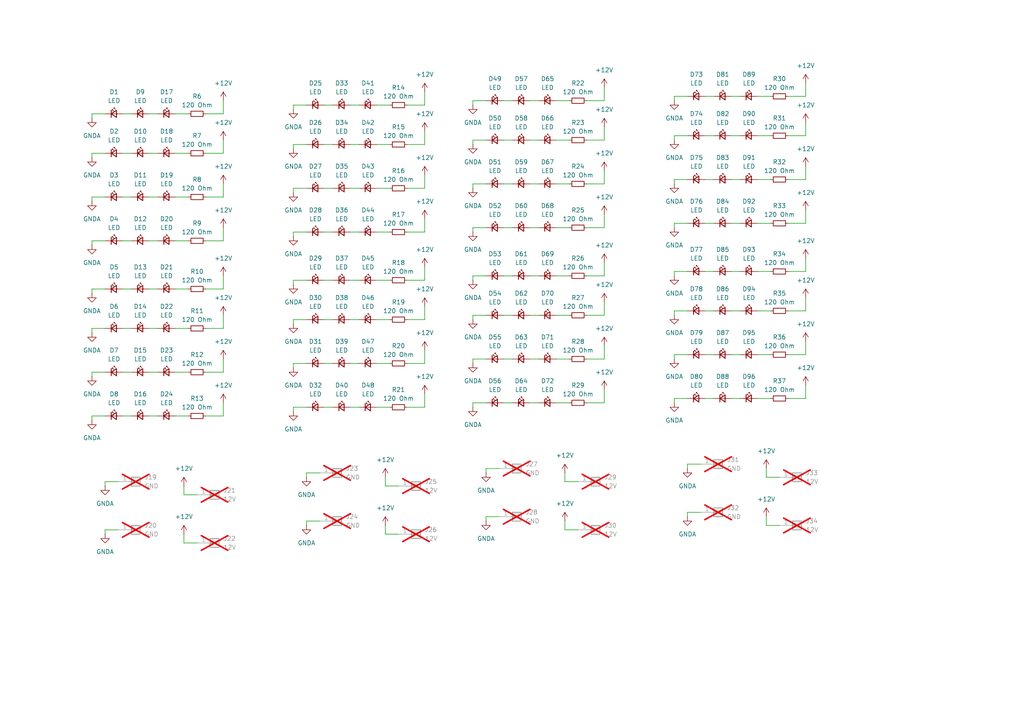
<source format=kicad_sch>
(kicad_sch (version 20231120) (generator "eeschema") (generator_version "8.0")
  (paper "A4")
  (wire (pts (xy 199.39 27.94) (xy 195.58 27.94)))
  (wire (pts (xy 163.83 139.7) (xy 167.64 139.7)))
  (wire (pts (xy 175.26 53.34) (xy 170.18 53.34)))
  (wire (pts (xy 204.47 78.74) (xy 207.01 78.74)))
  (wire (pts (xy 43.18 69.85) (xy 45.72 69.85)))
  (wire (pts (xy 137.16 53.34) (xy 137.16 54.61)))
  (wire (pts (xy 64.77 116.84) (xy 64.77 120.65)))
  (wire (pts (xy 137.16 116.84) (xy 137.16 118.11)))
  (wire (pts (xy 175.26 100.33) (xy 175.26 104.14)))
  (wire (pts (xy 233.68 78.74) (xy 228.6 78.74)))
  (wire (pts (xy 199.39 90.17) (xy 195.58 90.17)))
  (wire (pts (xy 175.26 36.83) (xy 175.26 40.64)))
  (wire (pts (xy 64.77 95.25) (xy 59.69 95.25)))
  (wire (pts (xy 153.67 91.44) (xy 156.21 91.44)))
  (wire (pts (xy 219.71 78.74) (xy 223.52 78.74)))
  (wire (pts (xy 111.76 140.97) (xy 115.57 140.97)))
  (wire (pts (xy 123.19 67.31) (xy 118.11 67.31)))
  (wire (pts (xy 199.39 102.87) (xy 195.58 102.87)))
  (wire (pts (xy 199.39 39.37) (xy 195.58 39.37)))
  (wire (pts (xy 146.05 29.21) (xy 148.59 29.21)))
  (wire (pts (xy 219.71 115.57) (xy 223.52 115.57)))
  (wire (pts (xy 175.26 91.44) (xy 170.18 91.44)))
  (wire (pts (xy 161.29 116.84) (xy 165.1 116.84)))
  (wire (pts (xy 88.9 151.13) (xy 88.9 152.4)))
  (wire (pts (xy 199.39 64.77) (xy 195.58 64.77)))
  (wire (pts (xy 203.2 148.59) (xy 199.39 148.59)))
  (wire (pts (xy 26.67 33.02) (xy 26.67 34.29)))
  (wire (pts (xy 161.29 91.44) (xy 165.1 91.44)))
  (wire (pts (xy 219.71 90.17) (xy 223.52 90.17)))
  (wire (pts (xy 212.09 115.57) (xy 214.63 115.57)))
  (wire (pts (xy 26.67 44.45) (xy 26.67 45.72)))
  (wire (pts (xy 175.26 40.64) (xy 170.18 40.64)))
  (wire (pts (xy 30.48 95.25) (xy 26.67 95.25)))
  (wire (pts (xy 64.77 120.65) (xy 59.69 120.65)))
  (wire (pts (xy 85.09 118.11) (xy 85.09 119.38)))
  (wire (pts (xy 111.76 154.94) (xy 115.57 154.94)))
  (wire (pts (xy 101.6 67.31) (xy 104.14 67.31)))
  (wire (pts (xy 109.22 30.48) (xy 113.03 30.48)))
  (wire (pts (xy 204.47 102.87) (xy 207.01 102.87)))
  (wire (pts (xy 204.47 64.77) (xy 207.01 64.77)))
  (wire (pts (xy 175.26 66.04) (xy 170.18 66.04)))
  (wire (pts (xy 85.09 67.31) (xy 85.09 68.58)))
  (wire (pts (xy 140.97 29.21) (xy 137.16 29.21)))
  (wire (pts (xy 175.26 113.03) (xy 175.26 116.84)))
  (wire (pts (xy 161.29 80.01) (xy 165.1 80.01)))
  (wire (pts (xy 30.48 69.85) (xy 26.67 69.85)))
  (wire (pts (xy 137.16 80.01) (xy 137.16 81.28)))
  (wire (pts (xy 64.77 29.21) (xy 64.77 33.02)))
  (wire (pts (xy 146.05 116.84) (xy 148.59 116.84)))
  (wire (pts (xy 35.56 120.65) (xy 38.1 120.65)))
  (wire (pts (xy 26.67 95.25) (xy 26.67 96.52)))
  (wire (pts (xy 64.77 69.85) (xy 59.69 69.85)))
  (wire (pts (xy 101.6 30.48) (xy 104.14 30.48)))
  (wire (pts (xy 195.58 102.87) (xy 195.58 104.14)))
  (wire (pts (xy 88.9 118.11) (xy 85.09 118.11)))
  (wire (pts (xy 43.18 44.45) (xy 45.72 44.45)))
  (wire (pts (xy 26.67 83.82) (xy 26.67 85.09)))
  (wire (pts (xy 88.9 81.28) (xy 85.09 81.28)))
  (wire (pts (xy 93.98 54.61) (xy 96.52 54.61)))
  (wire (pts (xy 43.18 120.65) (xy 45.72 120.65)))
  (wire (pts (xy 34.29 153.67) (xy 30.48 153.67)))
  (wire (pts (xy 50.8 107.95) (xy 54.61 107.95)))
  (wire (pts (xy 50.8 95.25) (xy 54.61 95.25)))
  (wire (pts (xy 161.29 53.34) (xy 165.1 53.34)))
  (wire (pts (xy 64.77 57.15) (xy 59.69 57.15)))
  (wire (pts (xy 64.77 33.02) (xy 59.69 33.02)))
  (wire (pts (xy 203.2 134.62) (xy 199.39 134.62)))
  (wire (pts (xy 233.68 90.17) (xy 228.6 90.17)))
  (wire (pts (xy 93.98 41.91) (xy 96.52 41.91)))
  (wire (pts (xy 233.68 99.06) (xy 233.68 102.87)))
  (wire (pts (xy 175.26 104.14) (xy 170.18 104.14)))
  (wire (pts (xy 93.98 92.71) (xy 96.52 92.71)))
  (wire (pts (xy 93.98 67.31) (xy 96.52 67.31)))
  (wire (pts (xy 85.09 41.91) (xy 85.09 43.18)))
  (wire (pts (xy 140.97 149.86) (xy 140.97 151.13)))
  (wire (pts (xy 123.19 63.5) (xy 123.19 67.31)))
  (wire (pts (xy 204.47 115.57) (xy 207.01 115.57)))
  (wire (pts (xy 175.26 25.4) (xy 175.26 29.21)))
  (wire (pts (xy 137.16 66.04) (xy 137.16 67.31)))
  (wire (pts (xy 212.09 90.17) (xy 214.63 90.17)))
  (wire (pts (xy 161.29 66.04) (xy 165.1 66.04)))
  (wire (pts (xy 195.58 39.37) (xy 195.58 40.64)))
  (wire (pts (xy 219.71 64.77) (xy 223.52 64.77)))
  (wire (pts (xy 43.18 107.95) (xy 45.72 107.95)))
  (wire (pts (xy 88.9 137.16) (xy 88.9 138.43)))
  (wire (pts (xy 101.6 105.41) (xy 104.14 105.41)))
  (wire (pts (xy 137.16 104.14) (xy 137.16 105.41)))
  (wire (pts (xy 212.09 64.77) (xy 214.63 64.77)))
  (wire (pts (xy 64.77 91.44) (xy 64.77 95.25)))
  (wire (pts (xy 219.71 39.37) (xy 223.52 39.37)))
  (wire (pts (xy 123.19 92.71) (xy 118.11 92.71)))
  (wire (pts (xy 175.26 76.2) (xy 175.26 80.01)))
  (wire (pts (xy 233.68 64.77) (xy 228.6 64.77)))
  (wire (pts (xy 212.09 78.74) (xy 214.63 78.74)))
  (wire (pts (xy 53.34 143.51) (xy 57.15 143.51)))
  (wire (pts (xy 204.47 27.94) (xy 207.01 27.94)))
  (wire (pts (xy 199.39 78.74) (xy 195.58 78.74)))
  (wire (pts (xy 123.19 118.11) (xy 118.11 118.11)))
  (wire (pts (xy 175.26 29.21) (xy 170.18 29.21)))
  (wire (pts (xy 219.71 52.07) (xy 223.52 52.07)))
  (wire (pts (xy 30.48 139.7) (xy 30.48 140.97)))
  (wire (pts (xy 123.19 101.6) (xy 123.19 105.41)))
  (wire (pts (xy 175.26 49.53) (xy 175.26 53.34)))
  (wire (pts (xy 53.34 140.97) (xy 53.34 143.51)))
  (wire (pts (xy 50.8 57.15) (xy 54.61 57.15)))
  (wire (pts (xy 161.29 29.21) (xy 165.1 29.21)))
  (wire (pts (xy 64.77 107.95) (xy 59.69 107.95)))
  (wire (pts (xy 35.56 83.82) (xy 38.1 83.82)))
  (wire (pts (xy 140.97 116.84) (xy 137.16 116.84)))
  (wire (pts (xy 233.68 115.57) (xy 228.6 115.57)))
  (wire (pts (xy 85.09 92.71) (xy 85.09 93.98)))
  (wire (pts (xy 26.67 107.95) (xy 26.67 109.22)))
  (wire (pts (xy 123.19 88.9) (xy 123.19 92.71)))
  (wire (pts (xy 137.16 91.44) (xy 137.16 92.71)))
  (wire (pts (xy 109.22 92.71) (xy 113.03 92.71)))
  (wire (pts (xy 140.97 91.44) (xy 137.16 91.44)))
  (wire (pts (xy 109.22 81.28) (xy 113.03 81.28)))
  (wire (pts (xy 53.34 157.48) (xy 57.15 157.48)))
  (wire (pts (xy 233.68 52.07) (xy 228.6 52.07)))
  (wire (pts (xy 140.97 104.14) (xy 137.16 104.14)))
  (wire (pts (xy 35.56 69.85) (xy 38.1 69.85)))
  (wire (pts (xy 195.58 90.17) (xy 195.58 91.44)))
  (wire (pts (xy 204.47 90.17) (xy 207.01 90.17)))
  (wire (pts (xy 30.48 33.02) (xy 26.67 33.02)))
  (wire (pts (xy 212.09 52.07) (xy 214.63 52.07)))
  (wire (pts (xy 101.6 54.61) (xy 104.14 54.61)))
  (wire (pts (xy 222.25 149.86) (xy 222.25 152.4)))
  (wire (pts (xy 233.68 102.87) (xy 228.6 102.87)))
  (wire (pts (xy 163.83 137.16) (xy 163.83 139.7)))
  (wire (pts (xy 109.22 105.41) (xy 113.03 105.41)))
  (wire (pts (xy 85.09 81.28) (xy 85.09 82.55)))
  (wire (pts (xy 50.8 44.45) (xy 54.61 44.45)))
  (wire (pts (xy 153.67 53.34) (xy 156.21 53.34)))
  (wire (pts (xy 93.98 118.11) (xy 96.52 118.11)))
  (wire (pts (xy 123.19 38.1) (xy 123.19 41.91)))
  (wire (pts (xy 88.9 92.71) (xy 85.09 92.71)))
  (wire (pts (xy 43.18 57.15) (xy 45.72 57.15)))
  (wire (pts (xy 123.19 30.48) (xy 118.11 30.48)))
  (wire (pts (xy 146.05 53.34) (xy 148.59 53.34)))
  (wire (pts (xy 101.6 92.71) (xy 104.14 92.71)))
  (wire (pts (xy 175.26 80.01) (xy 170.18 80.01)))
  (wire (pts (xy 30.48 107.95) (xy 26.67 107.95)))
  (wire (pts (xy 153.67 104.14) (xy 156.21 104.14)))
  (wire (pts (xy 233.68 111.76) (xy 233.68 115.57)))
  (wire (pts (xy 50.8 33.02) (xy 54.61 33.02)))
  (wire (pts (xy 137.16 29.21) (xy 137.16 30.48)))
  (wire (pts (xy 50.8 69.85) (xy 54.61 69.85)))
  (wire (pts (xy 195.58 27.94) (xy 195.58 29.21)))
  (wire (pts (xy 161.29 40.64) (xy 165.1 40.64)))
  (wire (pts (xy 233.68 48.26) (xy 233.68 52.07)))
  (wire (pts (xy 140.97 53.34) (xy 137.16 53.34)))
  (wire (pts (xy 140.97 135.89) (xy 140.97 137.16)))
  (wire (pts (xy 199.39 134.62) (xy 199.39 135.89)))
  (wire (pts (xy 50.8 83.82) (xy 54.61 83.82)))
  (wire (pts (xy 204.47 39.37) (xy 207.01 39.37)))
  (wire (pts (xy 199.39 115.57) (xy 195.58 115.57)))
  (wire (pts (xy 64.77 83.82) (xy 59.69 83.82)))
  (wire (pts (xy 88.9 30.48) (xy 85.09 30.48)))
  (wire (pts (xy 123.19 41.91) (xy 118.11 41.91)))
  (wire (pts (xy 92.71 151.13) (xy 88.9 151.13)))
  (wire (pts (xy 88.9 41.91) (xy 85.09 41.91)))
  (wire (pts (xy 92.71 137.16) (xy 88.9 137.16)))
  (wire (pts (xy 195.58 78.74) (xy 195.58 80.01)))
  (wire (pts (xy 199.39 52.07) (xy 195.58 52.07)))
  (wire (pts (xy 43.18 95.25) (xy 45.72 95.25)))
  (wire (pts (xy 233.68 86.36) (xy 233.68 90.17)))
  (wire (pts (xy 219.71 102.87) (xy 223.52 102.87)))
  (wire (pts (xy 123.19 54.61) (xy 118.11 54.61)))
  (wire (pts (xy 109.22 54.61) (xy 113.03 54.61)))
  (wire (pts (xy 35.56 57.15) (xy 38.1 57.15)))
  (wire (pts (xy 140.97 40.64) (xy 137.16 40.64)))
  (wire (pts (xy 233.68 39.37) (xy 228.6 39.37)))
  (wire (pts (xy 35.56 107.95) (xy 38.1 107.95)))
  (wire (pts (xy 163.83 151.13) (xy 163.83 153.67)))
  (wire (pts (xy 153.67 40.64) (xy 156.21 40.64)))
  (wire (pts (xy 175.26 116.84) (xy 170.18 116.84)))
  (wire (pts (xy 219.71 27.94) (xy 223.52 27.94)))
  (wire (pts (xy 123.19 81.28) (xy 118.11 81.28)))
  (wire (pts (xy 222.25 135.89) (xy 222.25 138.43)))
  (wire (pts (xy 140.97 80.01) (xy 137.16 80.01)))
  (wire (pts (xy 43.18 83.82) (xy 45.72 83.82)))
  (wire (pts (xy 43.18 33.02) (xy 45.72 33.02)))
  (wire (pts (xy 30.48 57.15) (xy 26.67 57.15)))
  (wire (pts (xy 233.68 27.94) (xy 228.6 27.94)))
  (wire (pts (xy 153.67 29.21) (xy 156.21 29.21)))
  (wire (pts (xy 30.48 120.65) (xy 26.67 120.65)))
  (wire (pts (xy 233.68 35.56) (xy 233.68 39.37)))
  (wire (pts (xy 101.6 118.11) (xy 104.14 118.11)))
  (wire (pts (xy 161.29 104.14) (xy 165.1 104.14)))
  (wire (pts (xy 35.56 33.02) (xy 38.1 33.02)))
  (wire (pts (xy 30.48 44.45) (xy 26.67 44.45)))
  (wire (pts (xy 64.77 104.14) (xy 64.77 107.95)))
  (wire (pts (xy 144.78 135.89) (xy 140.97 135.89)))
  (wire (pts (xy 195.58 64.77) (xy 195.58 66.04)))
  (wire (pts (xy 88.9 67.31) (xy 85.09 67.31)))
  (wire (pts (xy 85.09 54.61) (xy 85.09 55.88)))
  (wire (pts (xy 101.6 81.28) (xy 104.14 81.28)))
  (wire (pts (xy 144.78 149.86) (xy 140.97 149.86)))
  (wire (pts (xy 212.09 27.94) (xy 214.63 27.94)))
  (wire (pts (xy 123.19 50.8) (xy 123.19 54.61)))
  (wire (pts (xy 101.6 41.91) (xy 104.14 41.91)))
  (wire (pts (xy 195.58 115.57) (xy 195.58 116.84)))
  (wire (pts (xy 204.47 52.07) (xy 207.01 52.07)))
  (wire (pts (xy 109.22 67.31) (xy 113.03 67.31)))
  (wire (pts (xy 212.09 102.87) (xy 214.63 102.87)))
  (wire (pts (xy 53.34 154.94) (xy 53.34 157.48)))
  (wire (pts (xy 146.05 66.04) (xy 148.59 66.04)))
  (wire (pts (xy 222.25 152.4) (xy 226.06 152.4)))
  (wire (pts (xy 146.05 91.44) (xy 148.59 91.44)))
  (wire (pts (xy 88.9 105.41) (xy 85.09 105.41)))
  (wire (pts (xy 123.19 114.3) (xy 123.19 118.11)))
  (wire (pts (xy 34.29 139.7) (xy 30.48 139.7)))
  (wire (pts (xy 123.19 105.41) (xy 118.11 105.41)))
  (wire (pts (xy 85.09 105.41) (xy 85.09 106.68)))
  (wire (pts (xy 140.97 66.04) (xy 137.16 66.04)))
  (wire (pts (xy 163.83 153.67) (xy 167.64 153.67)))
  (wire (pts (xy 64.77 80.01) (xy 64.77 83.82)))
  (wire (pts (xy 111.76 138.43) (xy 111.76 140.97)))
  (wire (pts (xy 222.25 138.43) (xy 226.06 138.43)))
  (wire (pts (xy 64.77 66.04) (xy 64.77 69.85)))
  (wire (pts (xy 123.19 77.47) (xy 123.19 81.28)))
  (wire (pts (xy 137.16 40.64) (xy 137.16 41.91)))
  (wire (pts (xy 30.48 83.82) (xy 26.67 83.82)))
  (wire (pts (xy 153.67 80.01) (xy 156.21 80.01)))
  (wire (pts (xy 146.05 40.64) (xy 148.59 40.64)))
  (wire (pts (xy 109.22 41.91) (xy 113.03 41.91)))
  (wire (pts (xy 93.98 30.48) (xy 96.52 30.48)))
  (wire (pts (xy 123.19 26.67) (xy 123.19 30.48)))
  (wire (pts (xy 88.9 54.61) (xy 85.09 54.61)))
  (wire (pts (xy 111.76 152.4) (xy 111.76 154.94)))
  (wire (pts (xy 64.77 40.64) (xy 64.77 44.45)))
  (wire (pts (xy 26.67 69.85) (xy 26.67 71.12)))
  (wire (pts (xy 26.67 120.65) (xy 26.67 121.92)))
  (wire (pts (xy 85.09 30.48) (xy 85.09 31.75)))
  (wire (pts (xy 35.56 44.45) (xy 38.1 44.45)))
  (wire (pts (xy 175.26 87.63) (xy 175.26 91.44)))
  (wire (pts (xy 30.48 153.67) (xy 30.48 154.94)))
  (wire (pts (xy 153.67 66.04) (xy 156.21 66.04)))
  (wire (pts (xy 64.77 44.45) (xy 59.69 44.45)))
  (wire (pts (xy 233.68 74.93) (xy 233.68 78.74)))
  (wire (pts (xy 50.8 120.65) (xy 54.61 120.65)))
  (wire (pts (xy 199.39 148.59) (xy 199.39 149.86)))
  (wire (pts (xy 153.67 116.84) (xy 156.21 116.84)))
  (wire (pts (xy 195.58 52.07) (xy 195.58 53.34)))
  (wire (pts (xy 26.67 57.15) (xy 26.67 58.42)))
  (wire (pts (xy 64.77 53.34) (xy 64.77 57.15)))
  (wire (pts (xy 109.22 118.11) (xy 113.03 118.11)))
  (wire (pts (xy 93.98 81.28) (xy 96.52 81.28)))
  (wire (pts (xy 93.98 105.41) (xy 96.52 105.41)))
  (wire (pts (xy 233.68 60.96) (xy 233.68 64.77)))
  (wire (pts (xy 233.68 24.13) (xy 233.68 27.94)))
  (wire (pts (xy 35.56 95.25) (xy 38.1 95.25)))
  (wire (pts (xy 146.05 80.01) (xy 148.59 80.01)))
  (wire (pts (xy 175.26 62.23) (xy 175.26 66.04)))
  (wire (pts (xy 146.05 104.14) (xy 148.59 104.14)))
  (wire (pts (xy 212.09 39.37) (xy 214.63 39.37)))
  (symbol (lib_id "power:+12V") (at 163.83 151.13 0) (unit 1)
    (property "Reference" "#PWR087" (effects (hide yes)))
    (property "Value" "+12V" (at 163.83 146.05 0))
    (property "Description" "Power symbol creates a global label with name \"+12V\"" (effects (hide yes)))
  )
  (symbol (lib_id "Device:LED_Small") (at 217.17 102.87 0) (unit 1)
    (property "Reference" "D95" (at 217.2335 96.52 0))
    (property "Value" "LED" (at 217.2335 99.06 0))
    (property "Footprint" "LED_SMD:LED_0805_2012Metric" (effects (hide yes)))
    (property "Description" "Light emitting diode, small symbol" (effects (hide yes)))
    (property "JLCPCB Part #" "C34499" (effects (hide yes)))
    (property "Package" "0805" (effects (hide yes)))
  )
  (symbol (lib_id "power:+12V") (at 233.68 60.96 0) (unit 1)
    (property "Reference" "#PWR0111" (effects (hide yes)))
    (property "Value" "+12V" (at 233.68 55.88 0))
    (property "Description" "Power symbol creates a global label with name \"+12V\"" (effects (hide yes)))
  )
  (symbol (lib_id "Device:LED_Small") (at 106.68 105.41 0) (unit 1)
    (property "Reference" "D47" (at 106.7435 99.06 0))
    (property "Value" "LED" (at 106.7435 101.6 0))
    (property "Footprint" "LED_SMD:LED_0805_2012Metric" (effects (hide yes)))
    (property "Description" "Light emitting diode, small symbol" (effects (hide yes)))
    (property "JLCPCB Part #" "C34499" (effects (hide yes)))
    (property "Package" "0805" (effects (hide yes)))
  )
  (symbol (lib_id "Device:LED_Small") (at 33.02 57.15 0) (unit 1)
    (property "Reference" "D3" (at 33.0835 50.8 0))
    (property "Value" "LED" (at 33.0835 53.34 0))
    (property "Footprint" "LED_SMD:LED_0805_2012Metric" (effects (hide yes)))
    (property "Description" "Light emitting diode, small symbol" (effects (hide yes)))
    (property "JLCPCB Part #" "C34499" (effects (hide yes)))
    (property "Package" "0805" (effects (hide yes)))
  )
  (symbol (lib_id "Connector_Generic:Conn_01x01") (at 208.28 134.62 0) (unit 1) (dnp yes)
    (property "Reference" "J31" (at 210.82 133.3499 0) (effects (justify left)))
    (property "Value" "GND" (at 210.82 135.8899 0) (effects (justify left)))
    (property "Footprint" "Connector_PinHeader_2.54mm:PinHeader_1x01_P2.54mm_Vertical" (effects (hide yes)))
    (property "Description" "Generic connector, single row, 01x01, script generated (kicad-library-utils/schlib/autogen/connector/)" (effects (hide yes)))
  )
  (symbol (lib_id "Device:LED_Small") (at 99.06 41.91 0) (unit 1)
    (property "Reference" "D34" (at 99.1235 35.56 0))
    (property "Value" "LED" (at 99.1235 38.1 0))
    (property "Footprint" "LED_SMD:LED_0805_2012Metric" (effects (hide yes)))
    (property "Description" "Light emitting diode, small symbol" (effects (hide yes)))
    (property "JLCPCB Part #" "C34499" (effects (hide yes)))
    (property "Package" "0805" (effects (hide yes)))
  )
  (symbol (lib_id "power:+12V") (at 123.19 38.1 0) (unit 1)
    (property "Reference" "#PWR069" (effects (hide yes)))
    (property "Value" "+12V" (at 123.19 33.02 0))
    (property "Description" "Power symbol creates a global label with name \"+12V\"" (effects (hide yes)))
  )
  (symbol (lib_id "Device:LED_Small") (at 48.26 95.25 0) (unit 1)
    (property "Reference" "D22" (at 48.3235 88.9 0))
    (property "Value" "LED" (at 48.3235 91.44 0))
    (property "Footprint" "LED_SMD:LED_0805_2012Metric" (effects (hide yes)))
    (property "Description" "Light emitting diode, small symbol" (effects (hide yes)))
    (property "JLCPCB Part #" "C34499" (effects (hide yes)))
    (property "Package" "0805" (effects (hide yes)))
  )
  (symbol (lib_id "Device:LED_Small") (at 40.64 83.82 0) (unit 1)
    (property "Reference" "D13" (at 40.7035 77.47 0))
    (property "Value" "LED" (at 40.7035 80.01 0))
    (property "Footprint" "LED_SMD:LED_0805_2012Metric" (effects (hide yes)))
    (property "Description" "Light emitting diode, small symbol" (effects (hide yes)))
    (property "JLCPCB Part #" "C34499" (effects (hide yes)))
    (property "Package" "0805" (effects (hide yes)))
  )
  (symbol (lib_id "power:GNDA") (at 137.16 118.11 0) (unit 1)
    (property "Reference" "#PWR083" (effects (hide yes)))
    (property "Value" "GNDA" (at 137.16 123.19 0))
    (property "Description" "Power symbol creates a global label with name \"GNDA\" , analog ground" (effects (hide yes)))
  )
  (symbol (lib_id "power:GNDA") (at 85.09 31.75 0) (unit 1)
    (property "Reference" "#PWR056" (effects (hide yes)))
    (property "Value" "GNDA" (at 85.09 36.83 0))
    (property "Description" "Power symbol creates a global label with name \"GNDA\" , analog ground" (effects (hide yes)))
  )
  (symbol (lib_id "power:+12V") (at 233.68 35.56 0) (unit 1)
    (property "Reference" "#PWR0109" (effects (hide yes)))
    (property "Value" "+12V" (at 233.68 30.48 0))
    (property "Description" "Power symbol creates a global label with name \"+12V\"" (effects (hide yes)))
  )
  (symbol (lib_id "Device:R_Small") (at 226.06 52.07 90) (unit 1)
    (property "Reference" "R32" (at 226.06 46.99 90))
    (property "Value" "120 Ohm" (at 226.06 49.53 90))
    (property "Footprint" "Resistor_SMD:R_0805_2012Metric" (effects (hide yes)))
    (property "Description" "Resistor, small symbol" (effects (hide yes)))
    (property "JLCPCB Part #" "C17437" (effects (hide yes)))
    (property "Package" "0805" (effects (hide yes)))
  )
  (symbol (lib_id "Device:R_Small") (at 226.06 78.74 90) (unit 1)
    (property "Reference" "R34" (at 226.06 73.66 90))
    (property "Value" "120 Ohm" (at 226.06 76.2 90))
    (property "Footprint" "Resistor_SMD:R_0805_2012Metric" (effects (hide yes)))
    (property "Description" "Resistor, small symbol" (effects (hide yes)))
    (property "JLCPCB Part #" "C17437" (effects (hide yes)))
    (property "Package" "0805" (effects (hide yes)))
  )
  (symbol (lib_id "Device:LED_Small") (at 33.02 107.95 0) (unit 1)
    (property "Reference" "D7" (at 33.0835 101.6 0))
    (property "Value" "LED" (at 33.0835 104.14 0))
    (property "Footprint" "LED_SMD:LED_0805_2012Metric" (effects (hide yes)))
    (property "Description" "Light emitting diode, small symbol" (effects (hide yes)))
    (property "JLCPCB Part #" "C34499" (effects (hide yes)))
    (property "Package" "0805" (effects (hide yes)))
  )
  (symbol (lib_id "Device:LED_Small") (at 91.44 41.91 0) (unit 1)
    (property "Reference" "D26" (at 91.5035 35.56 0))
    (property "Value" "LED" (at 91.5035 38.1 0))
    (property "Footprint" "LED_SMD:LED_0805_2012Metric" (effects (hide yes)))
    (property "Description" "Light emitting diode, small symbol" (effects (hide yes)))
    (property "JLCPCB Part #" "C34499" (effects (hide yes)))
    (property "Package" "0805" (effects (hide yes)))
  )
  (symbol (lib_id "Device:LED_Small") (at 151.13 53.34 0) (unit 1)
    (property "Reference" "D59" (at 151.1935 46.99 0))
    (property "Value" "LED" (at 151.1935 49.53 0))
    (property "Footprint" "LED_SMD:LED_0805_2012Metric" (effects (hide yes)))
    (property "Description" "Light emitting diode, small symbol" (effects (hide yes)))
    (property "JLCPCB Part #" "C34499" (effects (hide yes)))
    (property "Package" "0805" (effects (hide yes)))
  )
  (symbol (lib_id "power:GNDA") (at 85.09 43.18 0) (unit 1)
    (property "Reference" "#PWR057" (effects (hide yes)))
    (property "Value" "GNDA" (at 85.09 48.26 0))
    (property "Description" "Power symbol creates a global label with name \"GNDA\" , analog ground" (effects (hide yes)))
  )
  (symbol (lib_id "Device:LED_Small") (at 151.13 66.04 0) (unit 1)
    (property "Reference" "D60" (at 151.1935 59.69 0))
    (property "Value" "LED" (at 151.1935 62.23 0))
    (property "Footprint" "LED_SMD:LED_0805_2012Metric" (effects (hide yes)))
    (property "Description" "Light emitting diode, small symbol" (effects (hide yes)))
    (property "JLCPCB Part #" "C34499" (effects (hide yes)))
    (property "Package" "0805" (effects (hide yes)))
  )
  (symbol (lib_id "power:GNDA") (at 199.39 135.89 0) (unit 1)
    (property "Reference" "#PWR0104" (effects (hide yes)))
    (property "Value" "GNDA" (at 199.39 140.97 0))
    (property "Description" "Power symbol creates a global label with name \"GNDA\" , analog ground" (effects (hide yes)))
  )
  (symbol (lib_id "Device:LED_Small") (at 99.06 92.71 0) (unit 1)
    (property "Reference" "D38" (at 99.1235 86.36 0))
    (property "Value" "LED" (at 99.1235 88.9 0))
    (property "Footprint" "LED_SMD:LED_0805_2012Metric" (effects (hide yes)))
    (property "Description" "Light emitting diode, small symbol" (effects (hide yes)))
    (property "JLCPCB Part #" "C34499" (effects (hide yes)))
    (property "Package" "0805" (effects (hide yes)))
  )
  (symbol (lib_id "Device:LED_Small") (at 99.06 67.31 0) (unit 1)
    (property "Reference" "D36" (at 99.1235 60.96 0))
    (property "Value" "LED" (at 99.1235 63.5 0))
    (property "Footprint" "LED_SMD:LED_0805_2012Metric" (effects (hide yes)))
    (property "Description" "Light emitting diode, small symbol" (effects (hide yes)))
    (property "JLCPCB Part #" "C34499" (effects (hide yes)))
    (property "Package" "0805" (effects (hide yes)))
  )
  (symbol (lib_id "Device:LED_Small") (at 143.51 80.01 0) (unit 1)
    (property "Reference" "D53" (at 143.5735 73.66 0))
    (property "Value" "LED" (at 143.5735 76.2 0))
    (property "Footprint" "LED_SMD:LED_0805_2012Metric" (effects (hide yes)))
    (property "Description" "Light emitting diode, small symbol" (effects (hide yes)))
    (property "JLCPCB Part #" "C34499" (effects (hide yes)))
    (property "Package" "0805" (effects (hide yes)))
  )
  (symbol (lib_id "power:GNDA") (at 30.48 140.97 0) (unit 1)
    (property "Reference" "#PWR044" (effects (hide yes)))
    (property "Value" "GNDA" (at 30.48 146.05 0))
    (property "Description" "Power symbol creates a global label with name \"GNDA\" , analog ground" (effects (hide yes)))
  )
  (symbol (lib_id "power:+12V") (at 64.77 80.01 0) (unit 1)
    (property "Reference" "#PWR052" (effects (hide yes)))
    (property "Value" "+12V" (at 64.77 74.93 0))
    (property "Description" "Power symbol creates a global label with name \"+12V\"" (effects (hide yes)))
  )
  (symbol (lib_id "power:+12V") (at 111.76 152.4 0) (unit 1)
    (property "Reference" "#PWR067" (effects (hide yes)))
    (property "Value" "+12V" (at 111.76 147.32 0))
    (property "Description" "Power symbol creates a global label with name \"+12V\"" (effects (hide yes)))
  )
  (symbol (lib_id "power:+12V") (at 64.77 40.64 0) (unit 1)
    (property "Reference" "#PWR049" (effects (hide yes)))
    (property "Value" "+12V" (at 64.77 35.56 0))
    (property "Description" "Power symbol creates a global label with name \"+12V\"" (effects (hide yes)))
  )
  (symbol (lib_id "power:+12V") (at 175.26 49.53 0) (unit 1)
    (property "Reference" "#PWR090" (effects (hide yes)))
    (property "Value" "+12V" (at 175.26 44.45 0))
    (property "Description" "Power symbol creates a global label with name \"+12V\"" (effects (hide yes)))
  )
  (symbol (lib_id "Device:LED_Small") (at 91.44 54.61 0) (unit 1)
    (property "Reference" "D27" (at 91.5035 48.26 0))
    (property "Value" "LED" (at 91.5035 50.8 0))
    (property "Footprint" "LED_SMD:LED_0805_2012Metric" (effects (hide yes)))
    (property "Description" "Light emitting diode, small symbol" (effects (hide yes)))
    (property "JLCPCB Part #" "C34499" (effects (hide yes)))
    (property "Package" "0805" (effects (hide yes)))
  )
  (symbol (lib_id "power:+12V") (at 64.77 53.34 0) (unit 1)
    (property "Reference" "#PWR050" (effects (hide yes)))
    (property "Value" "+12V" (at 64.77 48.26 0))
    (property "Description" "Power symbol creates a global label with name \"+12V\"" (effects (hide yes)))
  )
  (symbol (lib_id "Device:LED_Small") (at 201.93 102.87 0) (unit 1)
    (property "Reference" "D79" (at 201.9935 96.52 0))
    (property "Value" "LED" (at 201.9935 99.06 0))
    (property "Footprint" "LED_SMD:LED_0805_2012Metric" (effects (hide yes)))
    (property "Description" "Light emitting diode, small symbol" (effects (hide yes)))
    (property "JLCPCB Part #" "C34499" (effects (hide yes)))
    (property "Package" "0805" (effects (hide yes)))
  )
  (symbol (lib_id "power:GNDA") (at 195.58 29.21 0) (unit 1)
    (property "Reference" "#PWR096" (effects (hide yes)))
    (property "Value" "GNDA" (at 195.58 34.29 0))
    (property "Description" "Power symbol creates a global label with name \"GNDA\" , analog ground" (effects (hide yes)))
  )
  (symbol (lib_id "power:+12V") (at 175.26 113.03 0) (unit 1)
    (property "Reference" "#PWR095" (effects (hide yes)))
    (property "Value" "+12V" (at 175.26 107.95 0))
    (property "Description" "Power symbol creates a global label with name \"+12V\"" (effects (hide yes)))
  )
  (symbol (lib_id "Device:LED_Small") (at 40.64 44.45 0) (unit 1)
    (property "Reference" "D10" (at 40.7035 38.1 0))
    (property "Value" "LED" (at 40.7035 40.64 0))
    (property "Footprint" "LED_SMD:LED_0805_2012Metric" (effects (hide yes)))
    (property "Description" "Light emitting diode, small symbol" (effects (hide yes)))
    (property "JLCPCB Part #" "C34499" (effects (hide yes)))
    (property "Package" "0805" (effects (hide yes)))
  )
  (symbol (lib_id "Device:LED_Small") (at 158.75 104.14 0) (unit 1)
    (property "Reference" "D71" (at 158.8135 97.79 0))
    (property "Value" "LED" (at 158.8135 100.33 0))
    (property "Footprint" "LED_SMD:LED_0805_2012Metric" (effects (hide yes)))
    (property "Description" "Light emitting diode, small symbol" (effects (hide yes)))
    (property "JLCPCB Part #" "C34499" (effects (hide yes)))
    (property "Package" "0805" (effects (hide yes)))
  )
  (symbol (lib_id "Device:LED_Small") (at 217.17 27.94 0) (unit 1)
    (property "Reference" "D89" (at 217.2335 21.59 0))
    (property "Value" "LED" (at 217.2335 24.13 0))
    (property "Footprint" "LED_SMD:LED_0805_2012Metric" (effects (hide yes)))
    (property "Description" "Light emitting diode, small symbol" (effects (hide yes)))
    (property "JLCPCB Part #" "C34499" (effects (hide yes)))
    (property "Package" "0805" (effects (hide yes)))
  )
  (symbol (lib_id "Device:LED_Small") (at 151.13 104.14 0) (unit 1)
    (property "Reference" "D63" (at 151.1935 97.79 0))
    (property "Value" "LED" (at 151.1935 100.33 0))
    (property "Footprint" "LED_SMD:LED_0805_2012Metric" (effects (hide yes)))
    (property "Description" "Light emitting diode, small symbol" (effects (hide yes)))
    (property "JLCPCB Part #" "C34499" (effects (hide yes)))
    (property "Package" "0805" (effects (hide yes)))
  )
  (symbol (lib_id "power:+12V") (at 175.26 100.33 0) (unit 1)
    (property "Reference" "#PWR094" (effects (hide yes)))
    (property "Value" "+12V" (at 175.26 95.25 0))
    (property "Description" "Power symbol creates a global label with name \"+12V\"" (effects (hide yes)))
  )
  (symbol (lib_id "Device:R_Small") (at 57.15 107.95 90) (unit 1)
    (property "Reference" "R12" (at 57.15 102.87 90))
    (property "Value" "120 Ohm" (at 57.15 105.41 90))
    (property "Footprint" "Resistor_SMD:R_0805_2012Metric" (effects (hide yes)))
    (property "Description" "Resistor, small symbol" (effects (hide yes)))
    (property "JLCPCB Part #" "C17437" (effects (hide yes)))
    (property "Package" "0805" (effects (hide yes)))
  )
  (symbol (lib_id "Device:LED_Small") (at 48.26 120.65 0) (unit 1)
    (property "Reference" "D24" (at 48.3235 114.3 0))
    (property "Value" "LED" (at 48.3235 116.84 0))
    (property "Footprint" "LED_SMD:LED_0805_2012Metric" (effects (hide yes)))
    (property "Description" "Light emitting diode, small symbol" (effects (hide yes)))
    (property "JLCPCB Part #" "C34499" (effects (hide yes)))
    (property "Package" "0805" (effects (hide yes)))
  )
  (symbol (lib_id "power:GNDA") (at 26.67 45.72 0) (unit 1)
    (property "Reference" "#PWR037" (effects (hide yes)))
    (property "Value" "GNDA" (at 26.67 50.8 0))
    (property "Description" "Power symbol creates a global label with name \"GNDA\" , analog ground" (effects (hide yes)))
  )
  (symbol (lib_id "power:+12V") (at 163.83 137.16 0) (unit 1)
    (property "Reference" "#PWR086" (effects (hide yes)))
    (property "Value" "+12V" (at 163.83 132.08 0))
    (property "Description" "Power symbol creates a global label with name \"+12V\"" (effects (hide yes)))
  )
  (symbol (lib_id "power:+12V") (at 123.19 88.9 0) (unit 1)
    (property "Reference" "#PWR073" (effects (hide yes)))
    (property "Value" "+12V" (at 123.19 83.82 0))
    (property "Description" "Power symbol creates a global label with name \"+12V\"" (effects (hide yes)))
  )
  (symbol (lib_id "Device:LED_Small") (at 106.68 81.28 0) (unit 1)
    (property "Reference" "D45" (at 106.7435 74.93 0))
    (property "Value" "LED" (at 106.7435 77.47 0))
    (property "Footprint" "LED_SMD:LED_0805_2012Metric" (effects (hide yes)))
    (property "Description" "Light emitting diode, small symbol" (effects (hide yes)))
    (property "JLCPCB Part #" "C34499" (effects (hide yes)))
    (property "Package" "0805" (effects (hide yes)))
  )
  (symbol (lib_id "Device:LED_Small") (at 48.26 57.15 0) (unit 1)
    (property "Reference" "D19" (at 48.3235 50.8 0))
    (property "Value" "LED" (at 48.3235 53.34 0))
    (property "Footprint" "LED_SMD:LED_0805_2012Metric" (effects (hide yes)))
    (property "Description" "Light emitting diode, small symbol" (effects (hide yes)))
    (property "JLCPCB Part #" "C34499" (effects (hide yes)))
    (property "Package" "0805" (effects (hide yes)))
  )
  (symbol (lib_id "Device:R_Small") (at 226.06 115.57 90) (unit 1)
    (property "Reference" "R37" (at 226.06 110.49 90))
    (property "Value" "120 Ohm" (at 226.06 113.03 90))
    (property "Footprint" "Resistor_SMD:R_0805_2012Metric" (effects (hide yes)))
    (property "Description" "Resistor, small symbol" (effects (hide yes)))
    (property "JLCPCB Part #" "C17437" (effects (hide yes)))
    (property "Package" "0805" (effects (hide yes)))
  )
  (symbol (lib_id "Device:LED_Small") (at 158.75 91.44 0) (unit 1)
    (property "Reference" "D70" (at 158.8135 85.09 0))
    (property "Value" "LED" (at 158.8135 87.63 0))
    (property "Footprint" "LED_SMD:LED_0805_2012Metric" (effects (hide yes)))
    (property "Description" "Light emitting diode, small symbol" (effects (hide yes)))
    (property "JLCPCB Part #" "C34499" (effects (hide yes)))
    (property "Package" "0805" (effects (hide yes)))
  )
  (symbol (lib_id "power:+12V") (at 233.68 74.93 0) (unit 1)
    (property "Reference" "#PWR0112" (effects (hide yes)))
    (property "Value" "+12V" (at 233.68 69.85 0))
    (property "Description" "Power symbol creates a global label with name \"+12V\"" (effects (hide yes)))
  )
  (symbol (lib_id "power:GNDA") (at 137.16 67.31 0) (unit 1)
    (property "Reference" "#PWR079" (effects (hide yes)))
    (property "Value" "GNDA" (at 137.16 72.39 0))
    (property "Description" "Power symbol creates a global label with name \"GNDA\" , analog ground" (effects (hide yes)))
  )
  (symbol (lib_id "power:+12V") (at 175.26 62.23 0) (unit 1)
    (property "Reference" "#PWR091" (effects (hide yes)))
    (property "Value" "+12V" (at 175.26 57.15 0))
    (property "Description" "Power symbol creates a global label with name \"+12V\"" (effects (hide yes)))
  )
  (symbol (lib_id "Device:R_Small") (at 226.06 27.94 90) (unit 1)
    (property "Reference" "R30" (at 226.06 22.86 90))
    (property "Value" "120 Ohm" (at 226.06 25.4 90))
    (property "Footprint" "Resistor_SMD:R_0805_2012Metric" (effects (hide yes)))
    (property "Description" "Resistor, small symbol" (effects (hide yes)))
    (property "JLCPCB Part #" "C17437" (effects (hide yes)))
    (property "Package" "0805" (effects (hide yes)))
  )
  (symbol (lib_id "Device:LED_Small") (at 48.26 69.85 0) (unit 1)
    (property "Reference" "D20" (at 48.3235 63.5 0))
    (property "Value" "LED" (at 48.3235 66.04 0))
    (property "Footprint" "LED_SMD:LED_0805_2012Metric" (effects (hide yes)))
    (property "Description" "Light emitting diode, small symbol" (effects (hide yes)))
    (property "JLCPCB Part #" "C34499" (effects (hide yes)))
    (property "Package" "0805" (effects (hide yes)))
  )
  (symbol (lib_id "Device:LED_Small") (at 48.26 33.02 0) (unit 1)
    (property "Reference" "D17" (at 48.3235 26.67 0))
    (property "Value" "LED" (at 48.3235 29.21 0))
    (property "Footprint" "LED_SMD:LED_0805_2012Metric" (effects (hide yes)))
    (property "Description" "Light emitting diode, small symbol" (effects (hide yes)))
    (property "JLCPCB Part #" "C34499" (effects (hide yes)))
    (property "Package" "0805" (effects (hide yes)))
  )
  (symbol (lib_id "Device:LED_Small") (at 151.13 40.64 0) (unit 1)
    (property "Reference" "D58" (at 151.1935 34.29 0))
    (property "Value" "LED" (at 151.1935 36.83 0))
    (property "Footprint" "LED_SMD:LED_0805_2012Metric" (effects (hide yes)))
    (property "Description" "Light emitting diode, small symbol" (effects (hide yes)))
    (property "JLCPCB Part #" "C34499" (effects (hide yes)))
    (property "Package" "0805" (effects (hide yes)))
  )
  (symbol (lib_id "Connector_Generic:Conn_01x01") (at 208.28 148.59 0) (unit 1) (dnp yes)
    (property "Reference" "J32" (at 210.82 147.3199 0) (effects (justify left)))
    (property "Value" "GND" (at 210.82 149.8599 0) (effects (justify left)))
    (property "Footprint" "Connector_PinHeader_2.54mm:PinHeader_1x01_P2.54mm_Vertical" (effects (hide yes)))
    (property "Description" "Generic connector, single row, 01x01, script generated (kicad-library-utils/schlib/autogen/connector/)" (effects (hide yes)))
  )
  (symbol (lib_id "power:+12V") (at 175.26 25.4 0) (unit 1)
    (property "Reference" "#PWR088" (effects (hide yes)))
    (property "Value" "+12V" (at 175.26 20.32 0))
    (property "Description" "Power symbol creates a global label with name \"+12V\"" (effects (hide yes)))
  )
  (symbol (lib_id "Device:LED_Small") (at 48.26 107.95 0) (unit 1)
    (property "Reference" "D23" (at 48.3235 101.6 0))
    (property "Value" "LED" (at 48.3235 104.14 0))
    (property "Footprint" "LED_SMD:LED_0805_2012Metric" (effects (hide yes)))
    (property "Description" "Light emitting diode, small symbol" (effects (hide yes)))
    (property "JLCPCB Part #" "C34499" (effects (hide yes)))
    (property "Package" "0805" (effects (hide yes)))
  )
  (symbol (lib_id "power:GNDA") (at 85.09 68.58 0) (unit 1)
    (property "Reference" "#PWR059" (effects (hide yes)))
    (property "Value" "GNDA" (at 85.09 73.66 0))
    (property "Description" "Power symbol creates a global label with name \"GNDA\" , analog ground" (effects (hide yes)))
  )
  (symbol (lib_id "power:GNDA") (at 88.9 138.43 0) (unit 1)
    (property "Reference" "#PWR064" (effects (hide yes)))
    (property "Value" "GNDA" (at 88.9 143.51 0))
    (property "Description" "Power symbol creates a global label with name \"GNDA\" , analog ground" (effects (hide yes)))
  )
  (symbol (lib_id "Device:LED_Small") (at 143.51 91.44 0) (unit 1)
    (property "Reference" "D54" (at 143.5735 85.09 0))
    (property "Value" "LED" (at 143.5735 87.63 0))
    (property "Footprint" "LED_SMD:LED_0805_2012Metric" (effects (hide yes)))
    (property "Description" "Light emitting diode, small symbol" (effects (hide yes)))
    (property "JLCPCB Part #" "C34499" (effects (hide yes)))
    (property "Package" "0805" (effects (hide yes)))
  )
  (symbol (lib_id "Device:R_Small") (at 115.57 67.31 90) (unit 1)
    (property "Reference" "R17" (at 115.57 62.23 90))
    (property "Value" "120 Ohm" (at 115.57 64.77 90))
    (property "Footprint" "Resistor_SMD:R_0805_2012Metric" (effects (hide yes)))
    (property "Description" "Resistor, small symbol" (effects (hide yes)))
    (property "JLCPCB Part #" "C17437" (effects (hide yes)))
    (property "Package" "0805" (effects (hide yes)))
  )
  (symbol (lib_id "Device:LED_Small") (at 106.68 41.91 0) (unit 1)
    (property "Reference" "D42" (at 106.7435 35.56 0))
    (property "Value" "LED" (at 106.7435 38.1 0))
    (property "Footprint" "LED_SMD:LED_0805_2012Metric" (effects (hide yes)))
    (property "Description" "Light emitting diode, small symbol" (effects (hide yes)))
    (property "JLCPCB Part #" "C34499" (effects (hide yes)))
    (property "Package" "0805" (effects (hide yes)))
  )
  (symbol (lib_id "power:GNDA") (at 26.67 96.52 0) (unit 1)
    (property "Reference" "#PWR041" (effects (hide yes)))
    (property "Value" "GNDA" (at 26.67 101.6 0))
    (property "Description" "Power symbol creates a global label with name \"GNDA\" , analog ground" (effects (hide yes)))
  )
  (symbol (lib_id "power:+12V") (at 123.19 26.67 0) (unit 1)
    (property "Reference" "#PWR068" (effects (hide yes)))
    (property "Value" "+12V" (at 123.19 21.59 0))
    (property "Description" "Power symbol creates a global label with name \"+12V\"" (effects (hide yes)))
  )
  (symbol (lib_id "power:+12V") (at 111.76 138.43 0) (unit 1)
    (property "Reference" "#PWR066" (effects (hide yes)))
    (property "Value" "+12V" (at 111.76 133.35 0))
    (property "Description" "Power symbol creates a global label with name \"+12V\"" (effects (hide yes)))
  )
  (symbol (lib_id "power:+12V") (at 53.34 140.97 0) (unit 1)
    (property "Reference" "#PWR046" (effects (hide yes)))
    (property "Value" "+12V" (at 53.34 135.89 0))
    (property "Description" "Power symbol creates a global label with name \"+12V\"" (effects (hide yes)))
  )
  (symbol (lib_id "power:+12V") (at 64.77 66.04 0) (unit 1)
    (property "Reference" "#PWR051" (effects (hide yes)))
    (property "Value" "+12V" (at 64.77 60.96 0))
    (property "Description" "Power symbol creates a global label with name \"+12V\"" (effects (hide yes)))
  )
  (symbol (lib_id "Connector_Generic:Conn_01x01") (at 231.14 138.43 0) (unit 1) (dnp yes)
    (property "Reference" "J33" (at 233.68 137.1599 0) (effects (justify left)))
    (property "Value" "12V" (at 233.68 139.6999 0) (effects (justify left)))
    (property "Footprint" "Connector_PinHeader_2.54mm:PinHeader_1x01_P2.54mm_Vertical" (effects (hide yes)))
    (property "Description" "Generic connector, single row, 01x01, script generated (kicad-library-utils/schlib/autogen/connector/)" (effects (hide yes)))
  )
  (symbol (lib_id "power:+12V") (at 233.68 86.36 0) (unit 1)
    (property "Reference" "#PWR0113" (effects (hide yes)))
    (property "Value" "+12V" (at 233.68 81.28 0))
    (property "Description" "Power symbol creates a global label with name \"+12V\"" (effects (hide yes)))
  )
  (symbol (lib_id "power:GNDA") (at 26.67 34.29 0) (unit 1)
    (property "Reference" "#PWR036" (effects (hide yes)))
    (property "Value" "GNDA" (at 26.67 39.37 0))
    (property "Description" "Power symbol creates a global label with name \"GNDA\" , analog ground" (effects (hide yes)))
  )
  (symbol (lib_id "power:GNDA") (at 88.9 152.4 0) (unit 1)
    (property "Reference" "#PWR065" (effects (hide yes)))
    (property "Value" "GNDA" (at 88.9 157.48 0))
    (property "Description" "Power symbol creates a global label with name \"GNDA\" , analog ground" (effects (hide yes)))
  )
  (symbol (lib_id "Device:R_Small") (at 115.57 81.28 90) (unit 1)
    (property "Reference" "R18" (at 115.57 76.2 90))
    (property "Value" "120 Ohm" (at 115.57 78.74 90))
    (property "Footprint" "Resistor_SMD:R_0805_2012Metric" (effects (hide yes)))
    (property "Description" "Resistor, small symbol" (effects (hide yes)))
    (property "JLCPCB Part #" "C17437" (effects (hide yes)))
    (property "Package" "0805" (effects (hide yes)))
  )
  (symbol (lib_id "power:+12V") (at 233.68 99.06 0) (unit 1)
    (property "Reference" "#PWR0114" (effects (hide yes)))
    (property "Value" "+12V" (at 233.68 93.98 0))
    (property "Description" "Power symbol creates a global label with name \"+12V\"" (effects (hide yes)))
  )
  (symbol (lib_id "Device:LED_Small") (at 99.06 105.41 0) (unit 1)
    (property "Reference" "D39" (at 99.1235 99.06 0))
    (property "Value" "LED" (at 99.1235 101.6 0))
    (property "Footprint" "LED_SMD:LED_0805_2012Metric" (effects (hide yes)))
    (property "Description" "Light emitting diode, small symbol" (effects (hide yes)))
    (property "JLCPCB Part #" "C34499" (effects (hide yes)))
    (property "Package" "0805" (effects (hide yes)))
  )
  (symbol (lib_id "Device:LED_Small") (at 158.75 116.84 0) (unit 1)
    (property "Reference" "D72" (at 158.8135 110.49 0))
    (property "Value" "LED" (at 158.8135 113.03 0))
    (property "Footprint" "LED_SMD:LED_0805_2012Metric" (effects (hide yes)))
    (property "Description" "Light emitting diode, small symbol" (effects (hide yes)))
    (property "JLCPCB Part #" "C34499" (effects (hide yes)))
    (property "Package" "0805" (effects (hide yes)))
  )
  (symbol (lib_id "Connector_Generic:Conn_01x01") (at 120.65 140.97 0) (unit 1) (dnp yes)
    (property "Reference" "J25" (at 123.19 139.6999 0) (effects (justify left)))
    (property "Value" "12V" (at 123.19 142.2399 0) (effects (justify left)))
    (property "Footprint" "Connector_PinHeader_2.54mm:PinHeader_1x01_P2.54mm_Vertical" (effects (hide yes)))
    (property "Description" "Generic connector, single row, 01x01, script generated (kicad-library-utils/schlib/autogen/connector/)" (effects (hide yes)))
  )
  (symbol (lib_id "Device:R_Small") (at 115.57 54.61 90) (unit 1)
    (property "Reference" "R16" (at 115.57 49.53 90))
    (property "Value" "120 Ohm" (at 115.57 52.07 90))
    (property "Footprint" "Resistor_SMD:R_0805_2012Metric" (effects (hide yes)))
    (property "Description" "Resistor, small symbol" (effects (hide yes)))
    (property "JLCPCB Part #" "C17437" (effects (hide yes)))
    (property "Package" "0805" (effects (hide yes)))
  )
  (symbol (lib_id "power:GNDA") (at 140.97 137.16 0) (unit 1)
    (property "Reference" "#PWR084" (effects (hide yes)))
    (property "Value" "GNDA" (at 140.97 142.24 0))
    (property "Description" "Power symbol creates a global label with name \"GNDA\" , analog ground" (effects (hide yes)))
  )
  (symbol (lib_id "power:GNDA") (at 140.97 151.13 0) (unit 1)
    (property "Reference" "#PWR085" (effects (hide yes)))
    (property "Value" "GNDA" (at 140.97 156.21 0))
    (property "Description" "Power symbol creates a global label with name \"GNDA\" , analog ground" (effects (hide yes)))
  )
  (symbol (lib_id "Device:LED_Small") (at 201.93 39.37 0) (unit 1)
    (property "Reference" "D74" (at 201.9935 33.02 0))
    (property "Value" "LED" (at 201.9935 35.56 0))
    (property "Footprint" "LED_SMD:LED_0805_2012Metric" (effects (hide yes)))
    (property "Description" "Light emitting diode, small symbol" (effects (hide yes)))
    (property "JLCPCB Part #" "C34499" (effects (hide yes)))
    (property "Package" "0805" (effects (hide yes)))
  )
  (symbol (lib_id "Device:LED_Small") (at 143.51 66.04 0) (unit 1)
    (property "Reference" "D52" (at 143.5735 59.69 0))
    (property "Value" "LED" (at 143.5735 62.23 0))
    (property "Footprint" "LED_SMD:LED_0805_2012Metric" (effects (hide yes)))
    (property "Description" "Light emitting diode, small symbol" (effects (hide yes)))
    (property "JLCPCB Part #" "C34499" (effects (hide yes)))
    (property "Package" "0805" (effects (hide yes)))
  )
  (symbol (lib_id "power:GNDA") (at 137.16 105.41 0) (unit 1)
    (property "Reference" "#PWR082" (effects (hide yes)))
    (property "Value" "GNDA" (at 137.16 110.49 0))
    (property "Description" "Power symbol creates a global label with name \"GNDA\" , analog ground" (effects (hide yes)))
  )
  (symbol (lib_id "power:+12V") (at 222.25 149.86 0) (unit 1)
    (property "Reference" "#PWR0107" (effects (hide yes)))
    (property "Value" "+12V" (at 222.25 144.78 0))
    (property "Description" "Power symbol creates a global label with name \"+12V\"" (effects (hide yes)))
  )
  (symbol (lib_id "Connector_Generic:Conn_01x01") (at 172.72 139.7 0) (unit 1) (dnp yes)
    (property "Reference" "J29" (at 175.26 138.4299 0) (effects (justify left)))
    (property "Value" "12V" (at 175.26 140.9699 0) (effects (justify left)))
    (property "Footprint" "Connector_PinHeader_2.54mm:PinHeader_1x01_P2.54mm_Vertical" (effects (hide yes)))
    (property "Description" "Generic connector, single row, 01x01, script generated (kicad-library-utils/schlib/autogen/connector/)" (effects (hide yes)))
  )
  (symbol (lib_id "Device:LED_Small") (at 143.51 116.84 0) (unit 1)
    (property "Reference" "D56" (at 143.5735 110.49 0))
    (property "Value" "LED" (at 143.5735 113.03 0))
    (property "Footprint" "LED_SMD:LED_0805_2012Metric" (effects (hide yes)))
    (property "Description" "Light emitting diode, small symbol" (effects (hide yes)))
    (property "JLCPCB Part #" "C34499" (effects (hide yes)))
    (property "Package" "0805" (effects (hide yes)))
  )
  (symbol (lib_id "power:+12V") (at 123.19 101.6 0) (unit 1)
    (property "Reference" "#PWR074" (effects (hide yes)))
    (property "Value" "+12V" (at 123.19 96.52 0))
    (property "Description" "Power symbol creates a global label with name \"+12V\"" (effects (hide yes)))
  )
  (symbol (lib_id "Device:LED_Small") (at 48.26 83.82 0) (unit 1)
    (property "Reference" "D21" (at 48.3235 77.47 0))
    (property "Value" "LED" (at 48.3235 80.01 0))
    (property "Footprint" "LED_SMD:LED_0805_2012Metric" (effects (hide yes)))
    (property "Description" "Light emitting diode, small symbol" (effects (hide yes)))
    (property "JLCPCB Part #" "C34499" (effects (hide yes)))
    (property "Package" "0805" (effects (hide yes)))
  )
  (symbol (lib_id "Device:LED_Small") (at 158.75 40.64 0) (unit 1)
    (property "Reference" "D66" (at 158.8135 34.29 0))
    (property "Value" "LED" (at 158.8135 36.83 0))
    (property "Footprint" "LED_SMD:LED_0805_2012Metric" (effects (hide yes)))
    (property "Description" "Light emitting diode, small symbol" (effects (hide yes)))
    (property "JLCPCB Part #" "C34499" (effects (hide yes)))
    (property "Package" "0805" (effects (hide yes)))
  )
  (symbol (lib_id "Device:LED_Small") (at 33.02 95.25 0) (unit 1)
    (property "Reference" "D6" (at 33.0835 88.9 0))
    (property "Value" "LED" (at 33.0835 91.44 0))
    (property "Footprint" "LED_SMD:LED_0805_2012Metric" (effects (hide yes)))
    (property "Description" "Light emitting diode, small symbol" (effects (hide yes)))
    (property "JLCPCB Part #" "C34499" (effects (hide yes)))
    (property "Package" "0805" (effects (hide yes)))
  )
  (symbol (lib_id "Device:R_Small") (at 167.64 29.21 90) (unit 1)
    (property "Reference" "R22" (at 167.64 24.13 90))
    (property "Value" "120 Ohm" (at 167.64 26.67 90))
    (property "Footprint" "Resistor_SMD:R_0805_2012Metric" (effects (hide yes)))
    (property "Description" "Resistor, small symbol" (effects (hide yes)))
    (property "JLCPCB Part #" "C17437" (effects (hide yes)))
    (property "Package" "0805" (effects (hide yes)))
  )
  (symbol (lib_id "Connector_Generic:Conn_01x01") (at 39.37 153.67 0) (unit 1) (dnp yes)
    (property "Reference" "J20" (at 41.91 152.3999 0) (effects (justify left)))
    (property "Value" "GND" (at 41.91 154.9399 0) (effects (justify left)))
    (property "Footprint" "Connector_PinHeader_2.54mm:PinHeader_1x01_P2.54mm_Vertical" (effects (hide yes)))
    (property "Description" "Generic connector, single row, 01x01, script generated (kicad-library-utils/schlib/autogen/connector/)" (effects (hide yes)))
  )
  (symbol (lib_id "Device:LED_Small") (at 48.26 44.45 0) (unit 1)
    (property "Reference" "D18" (at 48.3235 38.1 0))
    (property "Value" "LED" (at 48.3235 40.64 0))
    (property "Footprint" "LED_SMD:LED_0805_2012Metric" (effects (hide yes)))
    (property "Description" "Light emitting diode, small symbol" (effects (hide yes)))
    (property "JLCPCB Part #" "C34499" (effects (hide yes)))
    (property "Package" "0805" (effects (hide yes)))
  )
  (symbol (lib_id "Connector_Generic:Conn_01x01") (at 149.86 149.86 0) (unit 1) (dnp yes)
    (property "Reference" "J28" (at 152.4 148.5899 0) (effects (justify left)))
    (property "Value" "GND" (at 152.4 151.1299 0) (effects (justify left)))
    (property "Footprint" "Connector_PinHeader_2.54mm:PinHeader_1x01_P2.54mm_Vertical" (effects (hide yes)))
    (property "Description" "Generic connector, single row, 01x01, script generated (kicad-library-utils/schlib/autogen/connector/)" (effects (hide yes)))
  )
  (symbol (lib_id "power:+12V") (at 175.26 36.83 0) (unit 1)
    (property "Reference" "#PWR089" (effects (hide yes)))
    (property "Value" "+12V" (at 175.26 31.75 0))
    (property "Description" "Power symbol creates a global label with name \"+12V\"" (effects (hide yes)))
  )
  (symbol (lib_id "power:GNDA") (at 195.58 116.84 0) (unit 1)
    (property "Reference" "#PWR0103" (effects (hide yes)))
    (property "Value" "GNDA" (at 195.58 121.92 0))
    (property "Description" "Power symbol creates a global label with name \"GNDA\" , analog ground" (effects (hide yes)))
  )
  (symbol (lib_id "Device:LED_Small") (at 99.06 30.48 0) (unit 1)
    (property "Reference" "D33" (at 99.1235 24.13 0))
    (property "Value" "LED" (at 99.1235 26.67 0))
    (property "Footprint" "LED_SMD:LED_0805_2012Metric" (effects (hide yes)))
    (property "Description" "Light emitting diode, small symbol" (effects (hide yes)))
    (property "JLCPCB Part #" "C34499" (effects (hide yes)))
    (property "Package" "0805" (effects (hide yes)))
  )
  (symbol (lib_id "power:+12V") (at 64.77 29.21 0) (unit 1)
    (property "Reference" "#PWR048" (effects (hide yes)))
    (property "Value" "+12V" (at 64.77 24.13 0))
    (property "Description" "Power symbol creates a global label with name \"+12V\"" (effects (hide yes)))
  )
  (symbol (lib_id "Device:R_Small") (at 167.64 91.44 90) (unit 1)
    (property "Reference" "R27" (at 167.64 86.36 90))
    (property "Value" "120 Ohm" (at 167.64 88.9 90))
    (property "Footprint" "Resistor_SMD:R_0805_2012Metric" (effects (hide yes)))
    (property "Description" "Resistor, small symbol" (effects (hide yes)))
    (property "JLCPCB Part #" "C17437" (effects (hide yes)))
    (property "Package" "0805" (effects (hide yes)))
  )
  (symbol (lib_id "Device:LED_Small") (at 201.93 52.07 0) (unit 1)
    (property "Reference" "D75" (at 201.9935 45.72 0))
    (property "Value" "LED" (at 201.9935 48.26 0))
    (property "Footprint" "LED_SMD:LED_0805_2012Metric" (effects (hide yes)))
    (property "Description" "Light emitting diode, small symbol" (effects (hide yes)))
    (property "JLCPCB Part #" "C34499" (effects (hide yes)))
    (property "Package" "0805" (effects (hide yes)))
  )
  (symbol (lib_id "Device:LED_Small") (at 40.64 33.02 0) (unit 1)
    (property "Reference" "D9" (at 40.7035 26.67 0))
    (property "Value" "LED" (at 40.7035 29.21 0))
    (property "Footprint" "LED_SMD:LED_0805_2012Metric" (effects (hide yes)))
    (property "Description" "Light emitting diode, small symbol" (effects (hide yes)))
    (property "JLCPCB Part #" "C34499" (effects (hide yes)))
    (property "Package" "0805" (effects (hide yes)))
  )
  (symbol (lib_id "power:+12V") (at 222.25 135.89 0) (unit 1)
    (property "Reference" "#PWR0106" (effects (hide yes)))
    (property "Value" "+12V" (at 222.25 130.81 0))
    (property "Description" "Power symbol creates a global label with name \"+12V\"" (effects (hide yes)))
  )
  (symbol (lib_id "Device:LED_Small") (at 217.17 64.77 0) (unit 1)
    (property "Reference" "D92" (at 217.2335 58.42 0))
    (property "Value" "LED" (at 217.2335 60.96 0))
    (property "Footprint" "LED_SMD:LED_0805_2012Metric" (effects (hide yes)))
    (property "Description" "Light emitting diode, small symbol" (effects (hide yes)))
    (property "JLCPCB Part #" "C34499" (effects (hide yes)))
    (property "Package" "0805" (effects (hide yes)))
  )
  (symbol (lib_id "Device:LED_Small") (at 217.17 52.07 0) (unit 1)
    (property "Reference" "D91" (at 217.2335 45.72 0))
    (property "Value" "LED" (at 217.2335 48.26 0))
    (property "Footprint" "LED_SMD:LED_0805_2012Metric" (effects (hide yes)))
    (property "Description" "Light emitting diode, small symbol" (effects (hide yes)))
    (property "JLCPCB Part #" "C34499" (effects (hide yes)))
    (property "Package" "0805" (effects (hide yes)))
  )
  (symbol (lib_id "Connector_Generic:Conn_01x01") (at 39.37 139.7 0) (unit 1) (dnp yes)
    (property "Reference" "J19" (at 41.91 138.4299 0) (effects (justify left)))
    (property "Value" "GND" (at 41.91 140.9699 0) (effects (justify left)))
    (property "Footprint" "Connector_PinHeader_2.54mm:PinHeader_1x01_P2.54mm_Vertical" (effects (hide yes)))
    (property "Description" "Generic connector, single row, 01x01, script generated (kicad-library-utils/schlib/autogen/connector/)" (effects (hide yes)))
  )
  (symbol (lib_id "power:+12V") (at 123.19 63.5 0) (unit 1)
    (property "Reference" "#PWR071" (effects (hide yes)))
    (property "Value" "+12V" (at 123.19 58.42 0))
    (property "Description" "Power symbol creates a global label with name \"+12V\"" (effects (hide yes)))
  )
  (symbol (lib_id "Device:LED_Small") (at 91.44 81.28 0) (unit 1)
    (property "Reference" "D29" (at 91.5035 74.93 0))
    (property "Value" "LED" (at 91.5035 77.47 0))
    (property "Footprint" "LED_SMD:LED_0805_2012Metric" (effects (hide yes)))
    (property "Description" "Light emitting diode, small symbol" (effects (hide yes)))
    (property "JLCPCB Part #" "C34499" (effects (hide yes)))
    (property "Package" "0805" (effects (hide yes)))
  )
  (symbol (lib_id "Device:LED_Small") (at 106.68 30.48 0) (unit 1)
    (property "Reference" "D41" (at 106.7435 24.13 0))
    (property "Value" "LED" (at 106.7435 26.67 0))
    (property "Footprint" "LED_SMD:LED_0805_2012Metric" (effects (hide yes)))
    (property "Description" "Light emitting diode, small symbol" (effects (hide yes)))
    (property "JLCPCB Part #" "C34499" (effects (hide yes)))
    (property "Package" "0805" (effects (hide yes)))
  )
  (symbol (lib_id "power:GNDA") (at 199.39 149.86 0) (unit 1)
    (property "Reference" "#PWR0105" (effects (hide yes)))
    (property "Value" "GNDA" (at 199.39 154.94 0))
    (property "Description" "Power symbol creates a global label with name \"GNDA\" , analog ground" (effects (hide yes)))
  )
  (symbol (lib_id "Device:R_Small") (at 57.15 95.25 90) (unit 1)
    (property "Reference" "R11" (at 57.15 90.17 90))
    (property "Value" "120 Ohm" (at 57.15 92.71 90))
    (property "Footprint" "Resistor_SMD:R_0805_2012Metric" (effects (hide yes)))
    (property "Description" "Resistor, small symbol" (effects (hide yes)))
    (property "JLCPCB Part #" "C17437" (effects (hide yes)))
    (property "Package" "0805" (effects (hide yes)))
  )
  (symbol (lib_id "Device:LED_Small") (at 33.02 83.82 0) (unit 1)
    (property "Reference" "D5" (at 33.0835 77.47 0))
    (property "Value" "LED" (at 33.0835 80.01 0))
    (property "Footprint" "LED_SMD:LED_0805_2012Metric" (effects (hide yes)))
    (property "Description" "Light emitting diode, small symbol" (effects (hide yes)))
    (property "JLCPCB Part #" "C34499" (effects (hide yes)))
    (property "Package" "0805" (effects (hide yes)))
  )
  (symbol (lib_id "Device:LED_Small") (at 106.68 118.11 0) (unit 1)
    (property "Reference" "D48" (at 106.7435 111.76 0))
    (property "Value" "LED" (at 106.7435 114.3 0))
    (property "Footprint" "LED_SMD:LED_0805_2012Metric" (effects (hide yes)))
    (property "Description" "Light emitting diode, small symbol" (effects (hide yes)))
    (property "JLCPCB Part #" "C34499" (effects (hide yes)))
    (property "Package" "0805" (effects (hide yes)))
  )
  (symbol (lib_id "power:+12V") (at 64.77 116.84 0) (unit 1)
    (property "Reference" "#PWR055" (effects (hide yes)))
    (property "Value" "+12V" (at 64.77 111.76 0))
    (property "Description" "Power symbol creates a global label with name \"+12V\"" (effects (hide yes)))
  )
  (symbol (lib_id "Device:R_Small") (at 167.64 116.84 90) (unit 1)
    (property "Reference" "R29" (at 167.64 111.76 90))
    (property "Value" "120 Ohm" (at 167.64 114.3 90))
    (property "Footprint" "Resistor_SMD:R_0805_2012Metric" (effects (hide yes)))
    (property "Description" "Resistor, small symbol" (effects (hide yes)))
    (property "JLCPCB Part #" "C17437" (effects (hide yes)))
    (property "Package" "0805" (effects (hide yes)))
  )
  (symbol (lib_id "power:GNDA") (at 195.58 104.14 0) (unit 1)
    (property "Reference" "#PWR0102" (effects (hide yes)))
    (property "Value" "GNDA" (at 195.58 109.22 0))
    (property "Description" "Power symbol creates a global label with name \"GNDA\" , analog ground" (effects (hide yes)))
  )
  (symbol (lib_id "Device:R_Small") (at 115.57 92.71 90) (unit 1)
    (property "Reference" "R19" (at 115.57 87.63 90))
    (property "Value" "120 Ohm" (at 115.57 90.17 90))
    (property "Footprint" "Resistor_SMD:R_0805_2012Metric" (effects (hide yes)))
    (property "Description" "Resistor, small symbol" (effects (hide yes)))
    (property "JLCPCB Part #" "C17437" (effects (hide yes)))
    (property "Package" "0805" (effects (hide yes)))
  )
  (symbol (lib_id "Device:R_Small") (at 115.57 105.41 90) (unit 1)
    (property "Reference" "R20" (at 115.57 100.33 90))
    (property "Value" "120 Ohm" (at 115.57 102.87 90))
    (property "Footprint" "Resistor_SMD:R_0805_2012Metric" (effects (hide yes)))
    (property "Description" "Resistor, small symbol" (effects (hide yes)))
    (property "JLCPCB Part #" "C17437" (effects (hide yes)))
    (property "Package" "0805" (effects (hide yes)))
  )
  (symbol (lib_id "power:GNDA") (at 26.67 109.22 0) (unit 1)
    (property "Reference" "#PWR042" (effects (hide yes)))
    (property "Value" "GNDA" (at 26.67 114.3 0))
    (property "Description" "Power symbol creates a global label with name \"GNDA\" , analog ground" (effects (hide yes)))
  )
  (symbol (lib_id "power:GNDA") (at 195.58 80.01 0) (unit 1)
    (property "Reference" "#PWR0100" (effects (hide yes)))
    (property "Value" "GNDA" (at 195.58 85.09 0))
    (property "Description" "Power symbol creates a global label with name \"GNDA\" , analog ground" (effects (hide yes)))
  )
  (symbol (lib_id "Device:LED_Small") (at 201.93 78.74 0) (unit 1)
    (property "Reference" "D77" (at 201.9935 72.39 0))
    (property "Value" "LED" (at 201.9935 74.93 0))
    (property "Footprint" "LED_SMD:LED_0805_2012Metric" (effects (hide yes)))
    (property "Description" "Light emitting diode, small symbol" (effects (hide yes)))
    (property "JLCPCB Part #" "C34499" (effects (hide yes)))
    (property "Package" "0805" (effects (hide yes)))
  )
  (symbol (lib_id "Device:LED_Small") (at 158.75 80.01 0) (unit 1)
    (property "Reference" "D69" (at 158.8135 73.66 0))
    (property "Value" "LED" (at 158.8135 76.2 0))
    (property "Footprint" "LED_SMD:LED_0805_2012Metric" (effects (hide yes)))
    (property "Description" "Light emitting diode, small symbol" (effects (hide yes)))
    (property "JLCPCB Part #" "C34499" (effects (hide yes)))
    (property "Package" "0805" (effects (hide yes)))
  )
  (symbol (lib_id "Device:LED_Small") (at 209.55 78.74 0) (unit 1)
    (property "Reference" "D85" (at 209.6135 72.39 0))
    (property "Value" "LED" (at 209.6135 74.93 0))
    (property "Footprint" "LED_SMD:LED_0805_2012Metric" (effects (hide yes)))
    (property "Description" "Light emitting diode, small symbol" (effects (hide yes)))
    (property "JLCPCB Part #" "C34499" (effects (hide yes)))
    (property "Package" "0805" (effects (hide yes)))
  )
  (symbol (lib_id "Device:LED_Small") (at 99.06 81.28 0) (unit 1)
    (property "Reference" "D37" (at 99.1235 74.93 0))
    (property "Value" "LED" (at 99.1235 77.47 0))
    (property "Footprint" "LED_SMD:LED_0805_2012Metric" (effects (hide yes)))
    (property "Description" "Light emitting diode, small symbol" (effects (hide yes)))
    (property "JLCPCB Part #" "C34499" (effects (hide yes)))
    (property "Package" "0805" (effects (hide yes)))
  )
  (symbol (lib_id "Device:LED_Small") (at 201.93 64.77 0) (unit 1)
    (property "Reference" "D76" (at 201.9935 58.42 0))
    (property "Value" "LED" (at 201.9935 60.96 0))
    (property "Footprint" "LED_SMD:LED_0805_2012Metric" (effects (hide yes)))
    (property "Description" "Light emitting diode, small symbol" (effects (hide yes)))
    (property "JLCPCB Part #" "C34499" (effects (hide yes)))
    (property "Package" "0805" (effects (hide yes)))
  )
  (symbol (lib_id "Device:R_Small") (at 57.15 44.45 90) (unit 1)
    (property "Reference" "R7" (at 57.15 39.37 90))
    (property "Value" "120 Ohm" (at 57.15 41.91 90))
    (property "Footprint" "Resistor_SMD:R_0805_2012Metric" (effects (hide yes)))
    (property "Description" "Resistor, small symbol" (effects (hide yes)))
    (property "JLCPCB Part #" "C17437" (effects (hide yes)))
    (property "Package" "0805" (effects (hide yes)))
  )
  (symbol (lib_id "Connector_Generic:Conn_01x01") (at 149.86 135.89 0) (unit 1) (dnp yes)
    (property "Reference" "J27" (at 152.4 134.6199 0) (effects (justify left)))
    (property "Value" "GND" (at 152.4 137.1599 0) (effects (justify left)))
    (property "Footprint" "Connector_PinHeader_2.54mm:PinHeader_1x01_P2.54mm_Vertical" (effects (hide yes)))
    (property "Description" "Generic connector, single row, 01x01, script generated (kicad-library-utils/schlib/autogen/connector/)" (effects (hide yes)))
  )
  (symbol (lib_id "Device:LED_Small") (at 217.17 90.17 0) (unit 1)
    (property "Reference" "D94" (at 217.2335 83.82 0))
    (property "Value" "LED" (at 217.2335 86.36 0))
    (property "Footprint" "LED_SMD:LED_0805_2012Metric" (effects (hide yes)))
    (property "Description" "Light emitting diode, small symbol" (effects (hide yes)))
    (property "JLCPCB Part #" "C34499" (effects (hide yes)))
    (property "Package" "0805" (effects (hide yes)))
  )
  (symbol (lib_id "Device:R_Small") (at 167.64 104.14 90) (unit 1)
    (property "Reference" "R28" (at 167.64 99.06 90))
    (property "Value" "120 Ohm" (at 167.64 101.6 90))
    (property "Footprint" "Resistor_SMD:R_0805_2012Metric" (effects (hide yes)))
    (property "Description" "Resistor, small symbol" (effects (hide yes)))
    (property "JLCPCB Part #" "C17437" (effects (hide yes)))
    (property "Package" "0805" (effects (hide yes)))
  )
  (symbol (lib_id "Device:LED_Small") (at 33.02 44.45 0) (unit 1)
    (property "Reference" "D2" (at 33.0835 38.1 0))
    (property "Value" "LED" (at 33.0835 40.64 0))
    (property "Footprint" "LED_SMD:LED_0805_2012Metric" (effects (hide yes)))
    (property "Description" "Light emitting diode, small symbol" (effects (hide yes)))
    (property "JLCPCB Part #" "C34499" (effects (hide yes)))
    (property "Package" "0805" (effects (hide yes)))
  )
  (symbol (lib_id "power:+12V") (at 123.19 114.3 0) (unit 1)
    (property "Reference" "#PWR075" (effects (hide yes)))
    (property "Value" "+12V" (at 123.19 109.22 0))
    (property "Description" "Power symbol creates a global label with name \"+12V\"" (effects (hide yes)))
  )
  (symbol (lib_id "Device:LED_Small") (at 91.44 92.71 0) (unit 1)
    (property "Reference" "D30" (at 91.5035 86.36 0))
    (property "Value" "LED" (at 91.5035 88.9 0))
    (property "Footprint" "LED_SMD:LED_0805_2012Metric" (effects (hide yes)))
    (property "Description" "Light emitting diode, small symbol" (effects (hide yes)))
    (property "JLCPCB Part #" "C34499" (effects (hide yes)))
    (property "Package" "0805" (effects (hide yes)))
  )
  (symbol (lib_id "Connector_Generic:Conn_01x01") (at 172.72 153.67 0) (unit 1) (dnp yes)
    (property "Reference" "J30" (at 175.26 152.3999 0) (effects (justify left)))
    (property "Value" "12V" (at 175.26 154.9399 0) (effects (justify left)))
    (property "Footprint" "Connector_PinHeader_2.54mm:PinHeader_1x01_P2.54mm_Vertical" (effects (hide yes)))
    (property "Description" "Generic connector, single row, 01x01, script generated (kicad-library-utils/schlib/autogen/connector/)" (effects (hide yes)))
  )
  (symbol (lib_id "power:GNDA") (at 85.09 119.38 0) (unit 1)
    (property "Reference" "#PWR063" (effects (hide yes)))
    (property "Value" "GNDA" (at 85.09 124.46 0))
    (property "Description" "Power symbol creates a global label with name \"GNDA\" , analog ground" (effects (hide yes)))
  )
  (symbol (lib_id "Device:LED_Small") (at 209.55 52.07 0) (unit 1)
    (property "Reference" "D83" (at 209.6135 45.72 0))
    (property "Value" "LED" (at 209.6135 48.26 0))
    (property "Footprint" "LED_SMD:LED_0805_2012Metric" (effects (hide yes)))
    (property "Description" "Light emitting diode, small symbol" (effects (hide yes)))
    (property "JLCPCB Part #" "C34499" (effects (hide yes)))
    (property "Package" "0805" (effects (hide yes)))
  )
  (symbol (lib_id "power:GNDA") (at 137.16 30.48 0) (unit 1)
    (property "Reference" "#PWR076" (effects (hide yes)))
    (property "Value" "GNDA" (at 137.16 35.56 0))
    (property "Description" "Power symbol creates a global label with name \"GNDA\" , analog ground" (effects (hide yes)))
  )
  (symbol (lib_id "power:+12V") (at 123.19 50.8 0) (unit 1)
    (property "Reference" "#PWR070" (effects (hide yes)))
    (property "Value" "+12V" (at 123.19 45.72 0))
    (property "Description" "Power symbol creates a global label with name \"+12V\"" (effects (hide yes)))
  )
  (symbol (lib_id "Device:R_Small") (at 115.57 30.48 90) (unit 1)
    (property "Reference" "R14" (at 115.57 25.4 90))
    (property "Value" "120 Ohm" (at 115.57 27.94 90))
    (property "Footprint" "Resistor_SMD:R_0805_2012Metric" (effects (hide yes)))
    (property "Description" "Resistor, small symbol" (effects (hide yes)))
    (property "JLCPCB Part #" "C17437" (effects (hide yes)))
    (property "Package" "0805" (effects (hide yes)))
  )
  (symbol (lib_id "Device:R_Small") (at 226.06 64.77 90) (unit 1)
    (property "Reference" "R33" (at 226.06 59.69 90))
    (property "Value" "120 Ohm" (at 226.06 62.23 90))
    (property "Footprint" "Resistor_SMD:R_0805_2012Metric" (effects (hide yes)))
    (property "Description" "Resistor, small symbol" (effects (hide yes)))
    (property "JLCPCB Part #" "C17437" (effects (hide yes)))
    (property "Package" "0805" (effects (hide yes)))
  )
  (symbol (lib_id "Device:R_Small") (at 226.06 90.17 90) (unit 1)
    (property "Reference" "R35" (at 226.06 85.09 90))
    (property "Value" "120 Ohm" (at 226.06 87.63 90))
    (property "Footprint" "Resistor_SMD:R_0805_2012Metric" (effects (hide yes)))
    (property "Description" "Resistor, small symbol" (effects (hide yes)))
    (property "JLCPCB Part #" "C17437" (effects (hide yes)))
    (property "Package" "0805" (effects (hide yes)))
  )
  (symbol (lib_id "Device:R_Small") (at 226.06 102.87 90) (unit 1)
    (property "Reference" "R36" (at 226.06 97.79 90))
    (property "Value" "120 Ohm" (at 226.06 100.33 90))
    (property "Footprint" "Resistor_SMD:R_0805_2012Metric" (effects (hide yes)))
    (property "Description" "Resistor, small symbol" (effects (hide yes)))
    (property "JLCPCB Part #" "C17437" (effects (hide yes)))
    (property "Package" "0805" (effects (hide yes)))
  )
  (symbol (lib_id "power:GNDA") (at 195.58 53.34 0) (unit 1)
    (property "Reference" "#PWR098" (effects (hide yes)))
    (property "Value" "GNDA" (at 195.58 58.42 0))
    (property "Description" "Power symbol creates a global label with name \"GNDA\" , analog ground" (effects (hide yes)))
  )
  (symbol (lib_id "Device:LED_Small") (at 40.64 57.15 0) (unit 1)
    (property "Reference" "D11" (at 40.7035 50.8 0))
    (property "Value" "LED" (at 40.7035 53.34 0))
    (property "Footprint" "LED_SMD:LED_0805_2012Metric" (effects (hide yes)))
    (property "Description" "Light emitting diode, small symbol" (effects (hide yes)))
    (property "JLCPCB Part #" "C34499" (effects (hide yes)))
    (property "Package" "0805" (effects (hide yes)))
  )
  (symbol (lib_id "Device:LED_Small") (at 99.06 54.61 0) (unit 1)
    (property "Reference" "D35" (at 99.1235 48.26 0))
    (property "Value" "LED" (at 99.1235 50.8 0))
    (property "Footprint" "LED_SMD:LED_0805_2012Metric" (effects (hide yes)))
    (property "Description" "Light emitting diode, small symbol" (effects (hide yes)))
    (property "JLCPCB Part #" "C34499" (effects (hide yes)))
    (property "Package" "0805" (effects (hide yes)))
  )
  (symbol (lib_id "Device:LED_Small") (at 151.13 91.44 0) (unit 1)
    (property "Reference" "D62" (at 151.1935 85.09 0))
    (property "Value" "LED" (at 151.1935 87.63 0))
    (property "Footprint" "LED_SMD:LED_0805_2012Metric" (effects (hide yes)))
    (property "Description" "Light emitting diode, small symbol" (effects (hide yes)))
    (property "JLCPCB Part #" "C34499" (effects (hide yes)))
    (property "Package" "0805" (effects (hide yes)))
  )
  (symbol (lib_id "Device:LED_Small") (at 91.44 30.48 0) (unit 1)
    (property "Reference" "D25" (at 91.5035 24.13 0))
    (property "Value" "LED" (at 91.5035 26.67 0))
    (property "Footprint" "LED_SMD:LED_0805_2012Metric" (effects (hide yes)))
    (property "Description" "Light emitting diode, small symbol" (effects (hide yes)))
    (property "JLCPCB Part #" "C34499" (effects (hide yes)))
    (property "Package" "0805" (effects (hide yes)))
  )
  (symbol (lib_id "Device:LED_Small") (at 143.51 53.34 0) (unit 1)
    (property "Reference" "D51" (at 143.5735 46.99 0))
    (property "Value" "LED" (at 143.5735 49.53 0))
    (property "Footprint" "LED_SMD:LED_0805_2012Metric" (effects (hide yes)))
    (property "Description" "Light emitting diode, small symbol" (effects (hide yes)))
    (property "JLCPCB Part #" "C34499" (effects (hide yes)))
    (property "Package" "0805" (effects (hide yes)))
  )
  (symbol (lib_id "power:GNDA") (at 85.09 82.55 0) (unit 1)
    (property "Reference" "#PWR060" (effects (hide yes)))
    (property "Value" "GNDA" (at 85.09 87.63 0))
    (property "Description" "Power symbol creates a global label with name \"GNDA\" , analog ground" (effects (hide yes)))
  )
  (symbol (lib_id "Device:LED_Small") (at 158.75 66.04 0) (unit 1)
    (property "Reference" "D68" (at 158.8135 59.69 0))
    (property "Value" "LED" (at 158.8135 62.23 0))
    (property "Footprint" "LED_SMD:LED_0805_2012Metric" (effects (hide yes)))
    (property "Description" "Light emitting diode, small symbol" (effects (hide yes)))
    (property "JLCPCB Part #" "C34499" (effects (hide yes)))
    (property "Package" "0805" (effects (hide yes)))
  )
  (symbol (lib_id "power:GNDA") (at 26.67 71.12 0) (unit 1)
    (property "Reference" "#PWR039" (effects (hide yes)))
    (property "Value" "GNDA" (at 26.67 76.2 0))
    (property "Description" "Power symbol creates a global label with name \"GNDA\" , analog ground" (effects (hide yes)))
  )
  (symbol (lib_id "Device:LED_Small") (at 209.55 90.17 0) (unit 1)
    (property "Reference" "D86" (at 209.6135 83.82 0))
    (property "Value" "LED" (at 209.6135 86.36 0))
    (property "Footprint" "LED_SMD:LED_0805_2012Metric" (effects (hide yes)))
    (property "Description" "Light emitting diode, small symbol" (effects (hide yes)))
    (property "JLCPCB Part #" "C34499" (effects (hide yes)))
    (property "Package" "0805" (effects (hide yes)))
  )
  (symbol (lib_id "Device:LED_Small") (at 217.17 39.37 0) (unit 1)
    (property "Reference" "D90" (at 217.2335 33.02 0))
    (property "Value" "LED" (at 217.2335 35.56 0))
    (property "Footprint" "LED_SMD:LED_0805_2012Metric" (effects (hide yes)))
    (property "Description" "Light emitting diode, small symbol" (effects (hide yes)))
    (property "JLCPCB Part #" "C34499" (effects (hide yes)))
    (property "Package" "0805" (effects (hide yes)))
  )
  (symbol (lib_id "Connector_Generic:Conn_01x01") (at 97.79 151.13 0) (unit 1) (dnp yes)
    (property "Reference" "J24" (at 100.33 149.8599 0) (effects (justify left)))
    (property "Value" "GND" (at 100.33 152.3999 0) (effects (justify left)))
    (property "Footprint" "Connector_PinHeader_2.54mm:PinHeader_1x01_P2.54mm_Vertical" (effects (hide yes)))
    (property "Description" "Generic connector, single row, 01x01, script generated (kicad-library-utils/schlib/autogen/connector/)" (effects (hide yes)))
  )
  (symbol (lib_id "Device:LED_Small") (at 106.68 54.61 0) (unit 1)
    (property "Reference" "D43" (at 106.7435 48.26 0))
    (property "Value" "LED" (at 106.7435 50.8 0))
    (property "Footprint" "LED_SMD:LED_0805_2012Metric" (effects (hide yes)))
    (property "Description" "Light emitting diode, small symbol" (effects (hide yes)))
    (property "JLCPCB Part #" "C34499" (effects (hide yes)))
    (property "Package" "0805" (effects (hide yes)))
  )
  (symbol (lib_id "Connector_Generic:Conn_01x01") (at 62.23 157.48 0) (unit 1) (dnp yes)
    (property "Reference" "J22" (at 64.77 156.2099 0) (effects (justify left)))
    (property "Value" "12V" (at 64.77 158.7499 0) (effects (justify left)))
    (property "Footprint" "Connector_PinHeader_2.54mm:PinHeader_1x01_P2.54mm_Vertical" (effects (hide yes)))
    (property "Description" "Generic connector, single row, 01x01, script generated (kicad-library-utils/schlib/autogen/connector/)" (effects (hide yes)))
  )
  (symbol (lib_id "power:GNDA") (at 85.09 106.68 0) (unit 1)
    (property "Reference" "#PWR062" (effects (hide yes)))
    (property "Value" "GNDA" (at 85.09 111.76 0))
    (property "Description" "Power symbol creates a global label with name \"GNDA\" , analog ground" (effects (hide yes)))
  )
  (symbol (lib_id "Device:LED_Small") (at 106.68 92.71 0) (unit 1)
    (property "Reference" "D46" (at 106.7435 86.36 0))
    (property "Value" "LED" (at 106.7435 88.9 0))
    (property "Footprint" "LED_SMD:LED_0805_2012Metric" (effects (hide yes)))
    (property "Description" "Light emitting diode, small symbol" (effects (hide yes)))
    (property "JLCPCB Part #" "C34499" (effects (hide yes)))
    (property "Package" "0805" (effects (hide yes)))
  )
  (symbol (lib_id "Device:R_Small") (at 115.57 41.91 90) (unit 1)
    (property "Reference" "R15" (at 115.57 36.83 90))
    (property "Value" "120 Ohm" (at 115.57 39.37 90))
    (property "Footprint" "Resistor_SMD:R_0805_2012Metric" (effects (hide yes)))
    (property "Description" "Resistor, small symbol" (effects (hide yes)))
    (property "JLCPCB Part #" "C17437" (effects (hide yes)))
    (property "Package" "0805" (effects (hide yes)))
  )
  (symbol (lib_id "Device:LED_Small") (at 151.13 29.21 0) (unit 1)
    (property "Reference" "D57" (at 151.1935 22.86 0))
    (property "Value" "LED" (at 151.1935 25.4 0))
    (property "Footprint" "LED_SMD:LED_0805_2012Metric" (effects (hide yes)))
    (property "Description" "Light emitting diode, small symbol" (effects (hide yes)))
    (property "JLCPCB Part #" "C34499" (effects (hide yes)))
    (property "Package" "0805" (effects (hide yes)))
  )
  (symbol (lib_id "Device:LED_Small") (at 201.93 115.57 0) (unit 1)
    (property "Reference" "D80" (at 201.9935 109.22 0))
    (property "Value" "LED" (at 201.9935 111.76 0))
    (property "Footprint" "LED_SMD:LED_0805_2012Metric" (effects (hide yes)))
    (property "Description" "Light emitting diode, small symbol" (effects (hide yes)))
    (property "JLCPCB Part #" "C34499" (effects (hide yes)))
    (property "Package" "0805" (effects (hide yes)))
  )
  (symbol (lib_id "Device:LED_Small") (at 91.44 118.11 0) (unit 1)
    (property "Reference" "D32" (at 91.5035 111.76 0))
    (property "Value" "LED" (at 91.5035 114.3 0))
    (property "Footprint" "LED_SMD:LED_0805_2012Metric" (effects (hide yes)))
    (property "Description" "Light emitting diode, small symbol" (effects (hide yes)))
    (property "JLCPCB Part #" "C34499" (effects (hide yes)))
    (property "Package" "0805" (effects (hide yes)))
  )
  (symbol (lib_id "Device:LED_Small") (at 209.55 27.94 0) (unit 1)
    (property "Reference" "D81" (at 209.6135 21.59 0))
    (property "Value" "LED" (at 209.6135 24.13 0))
    (property "Footprint" "LED_SMD:LED_0805_2012Metric" (effects (hide yes)))
    (property "Description" "Light emitting diode, small symbol" (effects (hide yes)))
    (property "JLCPCB Part #" "C34499" (effects (hide yes)))
    (property "Package" "0805" (effects (hide yes)))
  )
  (symbol (lib_id "Device:LED_Small") (at 209.55 64.77 0) (unit 1)
    (property "Reference" "D84" (at 209.6135 58.42 0))
    (property "Value" "LED" (at 209.6135 60.96 0))
    (property "Footprint" "LED_SMD:LED_0805_2012Metric" (effects (hide yes)))
    (property "Description" "Light emitting diode, small symbol" (effects (hide yes)))
    (property "JLCPCB Part #" "C34499" (effects (hide yes)))
    (property "Package" "0805" (effects (hide yes)))
  )
  (symbol (lib_id "Device:LED_Small") (at 91.44 67.31 0) (unit 1)
    (property "Reference" "D28" (at 91.5035 60.96 0))
    (property "Value" "LED" (at 91.5035 63.5 0))
    (property "Footprint" "LED_SMD:LED_0805_2012Metric" (effects (hide yes)))
    (property "Description" "Light emitting diode, small symbol" (effects (hide yes)))
    (property "JLCPCB Part #" "C34499" (effects (hide yes)))
    (property "Package" "0805" (effects (hide yes)))
  )
  (symbol (lib_id "power:GNDA") (at 26.67 58.42 0) (unit 1)
    (property "Reference" "#PWR038" (effects (hide yes)))
    (property "Value" "GNDA" (at 26.67 63.5 0))
    (property "Description" "Power symbol creates a global label with name \"GNDA\" , analog ground" (effects (hide yes)))
  )
  (symbol (lib_id "power:GNDA") (at 30.48 154.94 0) (unit 1)
    (property "Reference" "#PWR045" (effects (hide yes)))
    (property "Value" "GNDA" (at 30.48 160.02 0))
    (property "Description" "Power symbol creates a global label with name \"GNDA\" , analog ground" (effects (hide yes)))
  )
  (symbol (lib_id "power:+12V") (at 233.68 24.13 0) (unit 1)
    (property "Reference" "#PWR0108" (effects (hide yes)))
    (property "Value" "+12V" (at 233.68 19.05 0))
    (property "Description" "Power symbol creates a global label with name \"+12V\"" (effects (hide yes)))
  )
  (symbol (lib_id "Device:R_Small") (at 57.15 83.82 90) (unit 1)
    (property "Reference" "R10" (at 57.15 78.74 90))
    (property "Value" "120 Ohm" (at 57.15 81.28 90))
    (property "Footprint" "Resistor_SMD:R_0805_2012Metric" (effects (hide yes)))
    (property "Description" "Resistor, small symbol" (effects (hide yes)))
    (property "JLCPCB Part #" "C17437" (effects (hide yes)))
    (property "Package" "0805" (effects (hide yes)))
  )
  (symbol (lib_id "Device:LED_Small") (at 151.13 116.84 0) (unit 1)
    (property "Reference" "D64" (at 151.1935 110.49 0))
    (property "Value" "LED" (at 151.1935 113.03 0))
    (property "Footprint" "LED_SMD:LED_0805_2012Metric" (effects (hide yes)))
    (property "Description" "Light emitting diode, small symbol" (effects (hide yes)))
    (property "JLCPCB Part #" "C34499" (effects (hide yes)))
    (property "Package" "0805" (effects (hide yes)))
  )
  (symbol (lib_id "Device:R_Small") (at 57.15 57.15 90) (unit 1)
    (property "Reference" "R8" (at 57.15 52.07 90))
    (property "Value" "120 Ohm" (at 57.15 54.61 90))
    (property "Footprint" "Resistor_SMD:R_0805_2012Metric" (effects (hide yes)))
    (property "Description" "Resistor, small symbol" (effects (hide yes)))
    (property "JLCPCB Part #" "C17437" (effects (hide yes)))
    (property "Package" "0805" (effects (hide yes)))
  )
  (symbol (lib_id "Device:LED_Small") (at 158.75 53.34 0) (unit 1)
    (property "Reference" "D67" (at 158.8135 46.99 0))
    (property "Value" "LED" (at 158.8135 49.53 0))
    (property "Footprint" "LED_SMD:LED_0805_2012Metric" (effects (hide yes)))
    (property "Description" "Light emitting diode, small symbol" (effects (hide yes)))
    (property "JLCPCB Part #" "C34499" (effects (hide yes)))
    (property "Package" "0805" (effects (hide yes)))
  )
  (symbol (lib_id "power:GNDA") (at 195.58 91.44 0) (unit 1)
    (property "Reference" "#PWR0101" (effects (hide yes)))
    (property "Value" "GNDA" (at 195.58 96.52 0))
    (property "Description" "Power symbol creates a global label with name \"GNDA\" , analog ground" (effects (hide yes)))
  )
  (symbol (lib_id "power:GNDA") (at 26.67 121.92 0) (unit 1)
    (property "Reference" "#PWR043" (effects (hide yes)))
    (property "Value" "GNDA" (at 26.67 127 0))
    (property "Description" "Power symbol creates a global label with name \"GNDA\" , analog ground" (effects (hide yes)))
  )
  (symbol (lib_id "Device:LED_Small") (at 33.02 69.85 0) (unit 1)
    (property "Reference" "D4" (at 33.0835 63.5 0))
    (property "Value" "LED" (at 33.0835 66.04 0))
    (property "Footprint" "LED_SMD:LED_0805_2012Metric" (effects (hide yes)))
    (property "Description" "Light emitting diode, small symbol" (effects (hide yes)))
    (property "JLCPCB Part #" "C34499" (effects (hide yes)))
    (property "Package" "0805" (effects (hide yes)))
  )
  (symbol (lib_id "Device:R_Small") (at 226.06 39.37 90) (unit 1)
    (property "Reference" "R31" (at 226.06 34.29 90))
    (property "Value" "120 Ohm" (at 226.06 36.83 90))
    (property "Footprint" "Resistor_SMD:R_0805_2012Metric" (effects (hide yes)))
    (property "Description" "Resistor, small symbol" (effects (hide yes)))
    (property "JLCPCB Part #" "C17437" (effects (hide yes)))
    (property "Package" "0805" (effects (hide yes)))
  )
  (symbol (lib_id "power:+12V") (at 175.26 76.2 0) (unit 1)
    (property "Reference" "#PWR092" (effects (hide yes)))
    (property "Value" "+12V" (at 175.26 71.12 0))
    (property "Description" "Power symbol creates a global label with name \"+12V\"" (effects (hide yes)))
  )
  (symbol (lib_id "Device:LED_Small") (at 40.64 120.65 0) (unit 1)
    (property "Reference" "D16" (at 40.7035 114.3 0))
    (property "Value" "LED" (at 40.7035 116.84 0))
    (property "Footprint" "LED_SMD:LED_0805_2012Metric" (effects (hide yes)))
    (property "Description" "Light emitting diode, small symbol" (effects (hide yes)))
    (property "JLCPCB Part #" "C34499" (effects (hide yes)))
    (property "Package" "0805" (effects (hide yes)))
  )
  (symbol (lib_id "Device:R_Small") (at 167.64 80.01 90) (unit 1)
    (property "Reference" "R26" (at 167.64 74.93 90))
    (property "Value" "120 Ohm" (at 167.64 77.47 90))
    (property "Footprint" "Resistor_SMD:R_0805_2012Metric" (effects (hide yes)))
    (property "Description" "Resistor, small symbol" (effects (hide yes)))
    (property "JLCPCB Part #" "C17437" (effects (hide yes)))
    (property "Package" "0805" (effects (hide yes)))
  )
  (symbol (lib_id "power:GNDA") (at 137.16 81.28 0) (unit 1)
    (property "Reference" "#PWR080" (effects (hide yes)))
    (property "Value" "GNDA" (at 137.16 86.36 0))
    (property "Description" "Power symbol creates a global label with name \"GNDA\" , analog ground" (effects (hide yes)))
  )
  (symbol (lib_id "Device:LED_Small") (at 40.64 107.95 0) (unit 1)
    (property "Reference" "D15" (at 40.7035 101.6 0))
    (property "Value" "LED" (at 40.7035 104.14 0))
    (property "Footprint" "LED_SMD:LED_0805_2012Metric" (effects (hide yes)))
    (property "Description" "Light emitting diode, small symbol" (effects (hide yes)))
    (property "JLCPCB Part #" "C34499" (effects (hide yes)))
    (property "Package" "0805" (effects (hide yes)))
  )
  (symbol (lib_id "Device:LED_Small") (at 209.55 115.57 0) (unit 1)
    (property "Reference" "D88" (at 209.6135 109.22 0))
    (property "Value" "LED" (at 209.6135 111.76 0))
    (property "Footprint" "LED_SMD:LED_0805_2012Metric" (effects (hide yes)))
    (property "Description" "Light emitting diode, small symbol" (effects (hide yes)))
    (property "JLCPCB Part #" "C34499" (effects (hide yes)))
    (property "Package" "0805" (effects (hide yes)))
  )
  (symbol (lib_id "power:GNDA") (at 85.09 93.98 0) (unit 1)
    (property "Reference" "#PWR061" (effects (hide yes)))
    (property "Value" "GNDA" (at 85.09 99.06 0))
    (property "Description" "Power symbol creates a global label with name \"GNDA\" , analog ground" (effects (hide yes)))
  )
  (symbol (lib_id "power:GNDA") (at 137.16 54.61 0) (unit 1)
    (property "Reference" "#PWR078" (effects (hide yes)))
    (property "Value" "GNDA" (at 137.16 59.69 0))
    (property "Description" "Power symbol creates a global label with name \"GNDA\" , analog ground" (effects (hide yes)))
  )
  (symbol (lib_id "power:GNDA") (at 137.16 92.71 0) (unit 1)
    (property "Reference" "#PWR081" (effects (hide yes)))
    (property "Value" "GNDA" (at 137.16 97.79 0))
    (property "Description" "Power symbol creates a global label with name \"GNDA\" , analog ground" (effects (hide yes)))
  )
  (symbol (lib_id "Device:R_Small") (at 57.15 120.65 90) (unit 1)
    (property "Reference" "R13" (at 57.15 115.57 90))
    (property "Value" "120 Ohm" (at 57.15 118.11 90))
    (property "Footprint" "Resistor_SMD:R_0805_2012Metric" (effects (hide yes)))
    (property "Description" "Resistor, small symbol" (effects (hide yes)))
    (property "JLCPCB Part #" "C17437" (effects (hide yes)))
    (property "Package" "0805" (effects (hide yes)))
  )
  (symbol (lib_id "Device:LED_Small") (at 143.51 29.21 0) (unit 1)
    (property "Reference" "D49" (at 143.5735 22.86 0))
    (property "Value" "LED" (at 143.5735 25.4 0))
    (property "Footprint" "LED_SMD:LED_0805_2012Metric" (effects (hide yes)))
    (property "Description" "Light emitting diode, small symbol" (effects (hide yes)))
    (property "JLCPCB Part #" "C34499" (effects (hide yes)))
    (property "Package" "0805" (effects (hide yes)))
  )
  (symbol (lib_id "power:GNDA") (at 137.16 41.91 0) (unit 1)
    (property "Reference" "#PWR077" (effects (hide yes)))
    (property "Value" "GNDA" (at 137.16 46.99 0))
    (property "Description" "Power symbol creates a global label with name \"GNDA\" , analog ground" (effects (hide yes)))
  )
  (symbol (lib_id "Device:LED_Small") (at 40.64 95.25 0) (unit 1)
    (property "Reference" "D14" (at 40.7035 88.9 0))
    (property "Value" "LED" (at 40.7035 91.44 0))
    (property "Footprint" "LED_SMD:LED_0805_2012Metric" (effects (hide yes)))
    (property "Description" "Light emitting diode, small symbol" (effects (hide yes)))
    (property "JLCPCB Part #" "C34499" (effects (hide yes)))
    (property "Package" "0805" (effects (hide yes)))
  )
  (symbol (lib_id "power:+12V") (at 233.68 111.76 0) (unit 1)
    (property "Reference" "#PWR0115" (effects (hide yes)))
    (property "Value" "+12V" (at 233.68 106.68 0))
    (property "Description" "Power symbol creates a global label with name \"+12V\"" (effects (hide yes)))
  )
  (symbol (lib_id "power:+12V") (at 64.77 104.14 0) (unit 1)
    (property "Reference" "#PWR054" (effects (hide yes)))
    (property "Value" "+12V" (at 64.77 99.06 0))
    (property "Description" "Power symbol creates a global label with name \"+12V\"" (effects (hide yes)))
  )
  (symbol (lib_id "Device:LED_Small") (at 209.55 39.37 0) (unit 1)
    (property "Reference" "D82" (at 209.6135 33.02 0))
    (property "Value" "LED" (at 209.6135 35.56 0))
    (property "Footprint" "LED_SMD:LED_0805_2012Metric" (effects (hide yes)))
    (property "Description" "Light emitting diode, small symbol" (effects (hide yes)))
    (property "JLCPCB Part #" "C34499" (effects (hide yes)))
    (property "Package" "0805" (effects (hide yes)))
  )
  (symbol (lib_id "Device:R_Small") (at 167.64 53.34 90) (unit 1)
    (property "Reference" "R24" (at 167.64 48.26 90))
    (property "Value" "120 Ohm" (at 167.64 50.8 90))
    (property "Footprint" "Resistor_SMD:R_0805_2012Metric" (effects (hide yes)))
    (property "Description" "Resistor, small symbol" (effects (hide yes)))
    (property "JLCPCB Part #" "C17437" (effects (hide yes)))
    (property "Package" "0805" (effects (hide yes)))
  )
  (symbol (lib_id "Device:LED_Small") (at 143.51 104.14 0) (unit 1)
    (property "Reference" "D55" (at 143.5735 97.79 0))
    (property "Value" "LED" (at 143.5735 100.33 0))
    (property "Footprint" "LED_SMD:LED_0805_2012Metric" (effects (hide yes)))
    (property "Description" "Light emitting diode, small symbol" (effects (hide yes)))
    (property "JLCPCB Part #" "C34499" (effects (hide yes)))
    (property "Package" "0805" (effects (hide yes)))
  )
  (symbol (lib_id "Device:R_Small") (at 115.57 118.11 90) (unit 1)
    (property "Reference" "R21" (at 115.57 113.03 90))
    (property "Value" "120 Ohm" (at 115.57 115.57 90))
    (property "Footprint" "Resistor_SMD:R_0805_2012Metric" (effects (hide yes)))
    (property "Description" "Resistor, small symbol" (effects (hide yes)))
    (property "JLCPCB Part #" "C17437" (effects (hide yes)))
    (property "Package" "0805" (effects (hide yes)))
  )
  (symbol (lib_id "Device:LED_Small") (at 106.68 67.31 0) (unit 1)
    (property "Reference" "D44" (at 106.7435 60.96 0))
    (property "Value" "LED" (at 106.7435 63.5 0))
    (property "Footprint" "LED_SMD:LED_0805_2012Metric" (effects (hide yes)))
    (property "Description" "Light emitting diode, small symbol" (effects (hide yes)))
    (property "JLCPCB Part #" "C34499" (effects (hide yes)))
    (property "Package" "0805" (effects (hide yes)))
  )
  (symbol (lib_id "Device:LED_Small") (at 217.17 78.74 0) (unit 1)
    (property "Reference" "D93" (at 217.2335 72.39 0))
    (property "Value" "LED" (at 217.2335 74.93 0))
    (property "Footprint" "LED_SMD:LED_0805_2012Metric" (effects (hide yes)))
    (property "Description" "Light emitting diode, small symbol" (effects (hide yes)))
    (property "JLCPCB Part #" "C34499" (effects (hide yes)))
    (property "Package" "0805" (effects (hide yes)))
  )
  (symbol (lib_id "power:+12V") (at 175.26 87.63 0) (unit 1)
    (property "Reference" "#PWR093" (effects (hide yes)))
    (property "Value" "+12V" (at 175.26 82.55 0))
    (property "Description" "Power symbol creates a global label with name \"+12V\"" (effects (hide yes)))
  )
  (symbol (lib_id "Device:LED_Small") (at 33.02 120.65 0) (unit 1)
    (property "Reference" "D8" (at 33.0835 114.3 0))
    (property "Value" "LED" (at 33.0835 116.84 0))
    (property "Footprint" "LED_SMD:LED_0805_2012Metric" (effects (hide yes)))
    (property "Description" "Light emitting diode, small symbol" (effects (hide yes)))
    (property "JLCPCB Part #" "C34499" (effects (hide yes)))
    (property "Package" "0805" (effects (hide yes)))
  )
  (symbol (lib_id "Device:LED_Small") (at 99.06 118.11 0) (unit 1)
    (property "Reference" "D40" (at 99.1235 111.76 0))
    (property "Value" "LED" (at 99.1235 114.3 0))
    (property "Footprint" "LED_SMD:LED_0805_2012Metric" (effects (hide yes)))
    (property "Description" "Light emitting diode, small symbol" (effects (hide yes)))
    (property "JLCPCB Part #" "C34499" (effects (hide yes)))
    (property "Package" "0805" (effects (hide yes)))
  )
  (symbol (lib_id "Device:LED_Small") (at 33.02 33.02 0) (unit 1)
    (property "Reference" "D1" (at 33.0835 26.67 0))
    (property "Value" "LED" (at 33.0835 29.21 0))
    (property "Footprint" "LED_SMD:LED_0805_2012Metric" (effects (hide yes)))
    (property "Description" "Light emitting diode, small symbol" (effects (hide yes)))
    (property "JLCPCB Part #" "C34499" (effects (hide yes)))
    (property "Package" "0805" (effects (hide yes)))
  )
  (symbol (lib_id "Connector_Generic:Conn_01x01") (at 62.23 143.51 0) (unit 1) (dnp yes)
    (property "Reference" "J21" (at 64.77 142.2399 0) (effects (justify left)))
    (property "Value" "12V" (at 64.77 144.7799 0) (effects (justify left)))
    (property "Footprint" "Connector_PinHeader_2.54mm:PinHeader_1x01_P2.54mm_Vertical" (effects (hide yes)))
    (property "Description" "Generic connector, single row, 01x01, script generated (kicad-library-utils/schlib/autogen/connector/)" (effects (hide yes)))
  )
  (symbol (lib_id "Device:LED_Small") (at 209.55 102.87 0) (unit 1)
    (property "Reference" "D87" (at 209.6135 96.52 0))
    (property "Value" "LED" (at 209.6135 99.06 0))
    (property "Footprint" "LED_SMD:LED_0805_2012Metric" (effects (hide yes)))
    (property "Description" "Light emitting diode, small symbol" (effects (hide yes)))
    (property "JLCPCB Part #" "C34499" (effects (hide yes)))
    (property "Package" "0805" (effects (hide yes)))
  )
  (symbol (lib_id "power:GNDA") (at 195.58 66.04 0) (unit 1)
    (property "Reference" "#PWR099" (effects (hide yes)))
    (property "Value" "GNDA" (at 195.58 71.12 0))
    (property "Description" "Power symbol creates a global label with name \"GNDA\" , analog ground" (effects (hide yes)))
  )
  (symbol (lib_id "Device:LED_Small") (at 151.13 80.01 0) (unit 1)
    (property "Reference" "D61" (at 151.1935 73.66 0))
    (property "Value" "LED" (at 151.1935 76.2 0))
    (property "Footprint" "LED_SMD:LED_0805_2012Metric" (effects (hide yes)))
    (property "Description" "Light emitting diode, small symbol" (effects (hide yes)))
    (property "JLCPCB Part #" "C34499" (effects (hide yes)))
    (property "Package" "0805" (effects (hide yes)))
  )
  (symbol (lib_id "power:+12V") (at 233.68 48.26 0) (unit 1)
    (property "Reference" "#PWR0110" (effects (hide yes)))
    (property "Value" "+12V" (at 233.68 43.18 0))
    (property "Description" "Power symbol creates a global label with name \"+12V\"" (effects (hide yes)))
  )
  (symbol (lib_id "power:+12V") (at 123.19 77.47 0) (unit 1)
    (property "Reference" "#PWR072" (effects (hide yes)))
    (property "Value" "+12V" (at 123.19 72.39 0))
    (property "Description" "Power symbol creates a global label with name \"+12V\"" (effects (hide yes)))
  )
  (symbol (lib_id "Device:R_Small") (at 167.64 66.04 90) (unit 1)
    (property "Reference" "R25" (at 167.64 60.96 90))
    (property "Value" "120 Ohm" (at 167.64 63.5 90))
    (property "Footprint" "Resistor_SMD:R_0805_2012Metric" (effects (hide yes)))
    (property "Description" "Resistor, small symbol" (effects (hide yes)))
    (property "JLCPCB Part #" "C17437" (effects (hide yes)))
    (property "Package" "0805" (effects (hide yes)))
  )
  (symbol (lib_id "Device:LED_Small") (at 40.64 69.85 0) (unit 1)
    (property "Reference" "D12" (at 40.7035 63.5 0))
    (property "Value" "LED" (at 40.7035 66.04 0))
    (property "Footprint" "LED_SMD:LED_0805_2012Metric" (effects (hide yes)))
    (property "Description" "Light emitting diode, small symbol" (effects (hide yes)))
    (property "JLCPCB Part #" "C34499" (effects (hide yes)))
    (property "Package" "0805" (effects (hide yes)))
  )
  (symbol (lib_id "Connector_Generic:Conn_01x01") (at 97.79 137.16 0) (unit 1) (dnp yes)
    (property "Reference" "J23" (at 100.33 135.8899 0) (effects (justify left)))
    (property "Value" "GND" (at 100.33 138.4299 0) (effects (justify left)))
    (property "Footprint" "Connector_PinHeader_2.54mm:PinHeader_1x01_P2.54mm_Vertical" (effects (hide yes)))
    (property "Description" "Generic connector, single row, 01x01, script generated (kicad-library-utils/schlib/autogen/connector/)" (effects (hide yes)))
  )
  (symbol (lib_id "power:+12V") (at 53.34 154.94 0) (unit 1)
    (property "Reference" "#PWR047" (effects (hide yes)))
    (property "Value" "+12V" (at 53.34 149.86 0))
    (property "Description" "Power symbol creates a global label with name \"+12V\"" (effects (hide yes)))
  )
  (symbol (lib_id "power:+12V") (at 64.77 91.44 0) (unit 1)
    (property "Reference" "#PWR053" (effects (hide yes)))
    (property "Value" "+12V" (at 64.77 86.36 0))
    (property "Description" "Power symbol creates a global label with name \"+12V\"" (effects (hide yes)))
  )
  (symbol (lib_id "Device:R_Small") (at 57.15 69.85 90) (unit 1)
    (property "Reference" "R9" (at 57.15 64.77 90))
    (property "Value" "120 Ohm" (at 57.15 67.31 90))
    (property "Footprint" "Resistor_SMD:R_0805_2012Metric" (effects (hide yes)))
    (property "Description" "Resistor, small symbol" (effects (hide yes)))
    (property "JLCPCB Part #" "C17437" (effects (hide yes)))
    (property "Package" "0805" (effects (hide yes)))
  )
  (symbol (lib_id "power:GNDA") (at 85.09 55.88 0) (unit 1)
    (property "Reference" "#PWR058" (effects (hide yes)))
    (property "Value" "GNDA" (at 85.09 60.96 0))
    (property "Description" "Power symbol creates a global label with name \"GNDA\" , analog ground" (effects (hide yes)))
  )
  (symbol (lib_id "Device:LED_Small") (at 217.17 115.57 0) (unit 1)
    (property "Reference" "D96" (at 217.2335 109.22 0))
    (property "Value" "LED" (at 217.2335 111.76 0))
    (property "Footprint" "LED_SMD:LED_0805_2012Metric" (effects (hide yes)))
    (property "Description" "Light emitting diode, small symbol" (effects (hide yes)))
    (property "JLCPCB Part #" "C34499" (effects (hide yes)))
    (property "Package" "0805" (effects (hide yes)))
  )
  (symbol (lib_id "Device:LED_Small") (at 91.44 105.41 0) (unit 1)
    (property "Reference" "D31" (at 91.5035 99.06 0))
    (property "Value" "LED" (at 91.5035 101.6 0))
    (property "Footprint" "LED_SMD:LED_0805_2012Metric" (effects (hide yes)))
    (property "Description" "Light emitting diode, small symbol" (effects (hide yes)))
    (property "JLCPCB Part #" "C34499" (effects (hide yes)))
    (property "Package" "0805" (effects (hide yes)))
  )
  (symbol (lib_id "Connector_Generic:Conn_01x01") (at 231.14 152.4 0) (unit 1) (dnp yes)
    (property "Reference" "J34" (at 233.68 151.1299 0) (effects (justify left)))
    (property "Value" "12V" (at 233.68 153.6699 0) (effects (justify left)))
    (property "Footprint" "Connector_PinHeader_2.54mm:PinHeader_1x01_P2.54mm_Vertical" (effects (hide yes)))
    (property "Description" "Generic connector, single row, 01x01, script generated (kicad-library-utils/schlib/autogen/connector/)" (effects (hide yes)))
  )
  (symbol (lib_id "Device:R_Small") (at 167.64 40.64 90) (unit 1)
    (property "Reference" "R23" (at 167.64 35.56 90))
    (property "Value" "120 Ohm" (at 167.64 38.1 90))
    (property "Footprint" "Resistor_SMD:R_0805_2012Metric" (effects (hide yes)))
    (property "Description" "Resistor, small symbol" (effects (hide yes)))
    (property "JLCPCB Part #" "C17437" (effects (hide yes)))
    (property "Package" "0805" (effects (hide yes)))
  )
  (symbol (lib_id "power:GNDA") (at 195.58 40.64 0) (unit 1)
    (property "Reference" "#PWR097" (effects (hide yes)))
    (property "Value" "GNDA" (at 195.58 45.72 0))
    (property "Description" "Power symbol creates a global label with name \"GNDA\" , analog ground" (effects (hide yes)))
  )
  (symbol (lib_id "Connector_Generic:Conn_01x01") (at 120.65 154.94 0) (unit 1) (dnp yes)
    (property "Reference" "J26" (at 123.19 153.6699 0) (effects (justify left)))
    (property "Value" "12V" (at 123.19 156.2099 0) (effects (justify left)))
    (property "Footprint" "Connector_PinHeader_2.54mm:PinHeader_1x01_P2.54mm_Vertical" (effects (hide yes)))
    (property "Description" "Generic connector, single row, 01x01, script generated (kicad-library-utils/schlib/autogen/connector/)" (effects (hide yes)))
  )
  (symbol (lib_id "Device:R_Small") (at 57.15 33.02 90) (unit 1)
    (property "Reference" "R6" (at 57.15 27.94 90))
    (property "Value" "120 Ohm" (at 57.15 30.48 90))
    (property "Footprint" "Resistor_SMD:R_0805_2012Metric" (effects (hide yes)))
    (property "Description" "Resistor, small symbol" (effects (hide yes)))
    (property "JLCPCB Part #" "C17437" (effects (hide yes)))
    (property "Package" "0805" (effects (hide yes)))
  )
  (symbol (lib_id "power:GNDA") (at 26.67 85.09 0) (unit 1)
    (property "Reference" "#PWR040" (effects (hide yes)))
    (property "Value" "GNDA" (at 26.67 90.17 0))
    (property "Description" "Power symbol creates a global label with name \"GNDA\" , analog ground" (effects (hide yes)))
  )
  (symbol (lib_id "Device:LED_Small") (at 201.93 27.94 0) (unit 1)
    (property "Reference" "D73" (at 201.9935 21.59 0))
    (property "Value" "LED" (at 201.9935 24.13 0))
    (property "Footprint" "LED_SMD:LED_0805_2012Metric" (effects (hide yes)))
    (property "Description" "Light emitting diode, small symbol" (effects (hide yes)))
    (property "JLCPCB Part #" "C34499" (effects (hide yes)))
    (property "Package" "0805" (effects (hide yes)))
  )
  (symbol (lib_id "Device:LED_Small") (at 143.51 40.64 0) (unit 1)
    (property "Reference" "D50" (at 143.5735 34.29 0))
    (property "Value" "LED" (at 143.5735 36.83 0))
    (property "Footprint" "LED_SMD:LED_0805_2012Metric" (effects (hide yes)))
    (property "Description" "Light emitting diode, small symbol" (effects (hide yes)))
    (property "JLCPCB Part #" "C34499" (effects (hide yes)))
    (property "Package" "0805" (effects (hide yes)))
  )
  (symbol (lib_id "Device:LED_Small") (at 158.75 29.21 0) (unit 1)
    (property "Reference" "D65" (at 158.8135 22.86 0))
    (property "Value" "LED" (at 158.8135 25.4 0))
    (property "Footprint" "LED_SMD:LED_0805_2012Metric" (effects (hide yes)))
    (property "Description" "Light emitting diode, small symbol" (effects (hide yes)))
    (property "JLCPCB Part #" "C34499" (effects (hide yes)))
    (property "Package" "0805" (effects (hide yes)))
  )
  (symbol (lib_id "Device:LED_Small") (at 201.93 90.17 0) (unit 1)
    (property "Reference" "D78" (at 201.9935 83.82 0))
    (property "Value" "LED" (at 201.9935 86.36 0))
    (property "Footprint" "LED_SMD:LED_0805_2012Metric" (effects (hide yes)))
    (property "Description" "Light emitting diode, small symbol" (effects (hide yes)))
    (property "JLCPCB Part #" "C34499" (effects (hide yes)))
    (property "Package" "0805" (effects (hide yes)))
  )
)
</source>
